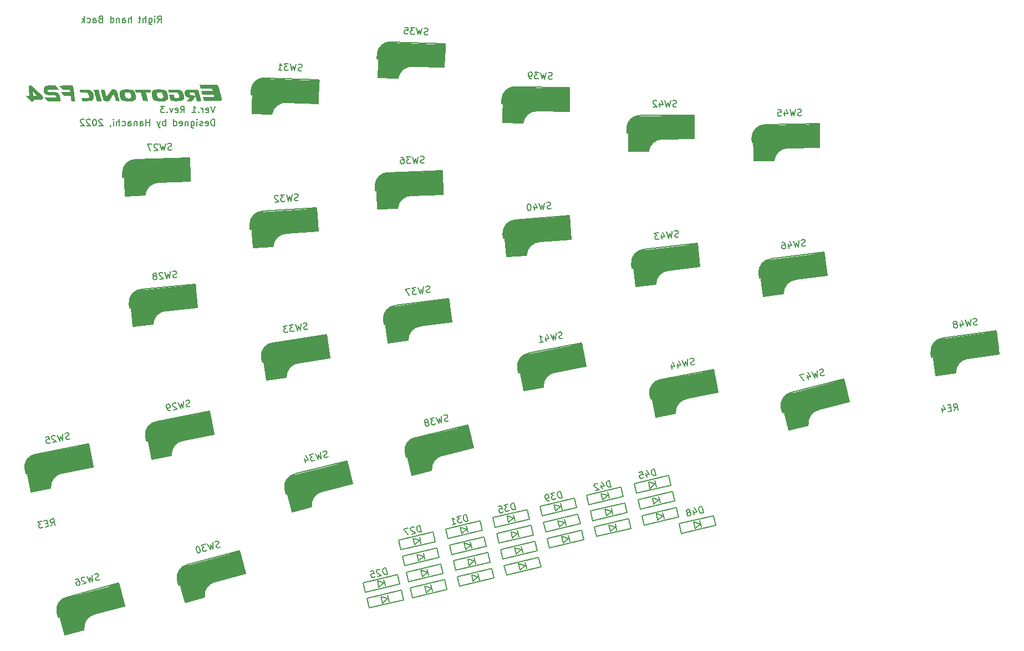
<source format=gbr>
%TF.GenerationSoftware,KiCad,Pcbnew,(6.0.5)*%
%TF.CreationDate,2022-07-31T15:02:15+09:00*%
%TF.ProjectId,ergotonic_f24-pcb-right,6572676f-746f-46e6-9963-5f6632342d70,rev?*%
%TF.SameCoordinates,Original*%
%TF.FileFunction,Legend,Bot*%
%TF.FilePolarity,Positive*%
%FSLAX46Y46*%
G04 Gerber Fmt 4.6, Leading zero omitted, Abs format (unit mm)*
G04 Created by KiCad (PCBNEW (6.0.5)) date 2022-07-31 15:02:15*
%MOMM*%
%LPD*%
G01*
G04 APERTURE LIST*
%ADD10C,0.150000*%
%ADD11C,0.400000*%
%ADD12C,0.800000*%
%ADD13C,0.500000*%
%ADD14C,0.300000*%
%ADD15C,1.000000*%
%ADD16C,3.000000*%
%ADD17C,3.500000*%
G04 APERTURE END LIST*
D10*
X84725341Y-80569771D02*
X84491895Y-79597401D01*
X84260379Y-79652983D01*
X84132585Y-79732636D01*
X84062211Y-79847475D01*
X84038141Y-79951198D01*
X84036303Y-80147528D01*
X84069653Y-80286438D01*
X84160422Y-80460535D01*
X84228958Y-80542025D01*
X84343798Y-80612399D01*
X84493824Y-80625353D01*
X84725341Y-80569771D01*
X83612132Y-79808613D02*
X83010189Y-79953127D01*
X83423244Y-80245739D01*
X83284334Y-80279088D01*
X83202843Y-80347624D01*
X83167657Y-80405044D01*
X83143586Y-80508767D01*
X83199168Y-80740284D01*
X83267705Y-80821774D01*
X83325124Y-80856961D01*
X83428847Y-80881031D01*
X83706667Y-80814333D01*
X83788158Y-80745796D01*
X83823344Y-80688377D01*
X82130425Y-80164340D02*
X82593459Y-80053175D01*
X82750927Y-80505092D01*
X82693507Y-80469905D01*
X82589784Y-80445835D01*
X82358267Y-80501417D01*
X82276777Y-80569953D01*
X82241590Y-80627373D01*
X82217519Y-80731096D01*
X82273102Y-80962613D01*
X82341638Y-81044103D01*
X82399058Y-81079290D01*
X82502781Y-81103360D01*
X82734297Y-81047778D01*
X82815788Y-80979242D01*
X82850975Y-80921822D01*
X38786713Y-21952380D02*
X38786713Y-20952380D01*
X38548618Y-20952380D01*
X38405760Y-21000000D01*
X38310522Y-21095238D01*
X38262903Y-21190476D01*
X38215284Y-21380952D01*
X38215284Y-21523809D01*
X38262903Y-21714285D01*
X38310522Y-21809523D01*
X38405760Y-21904761D01*
X38548618Y-21952380D01*
X38786713Y-21952380D01*
X37405760Y-21904761D02*
X37500998Y-21952380D01*
X37691475Y-21952380D01*
X37786713Y-21904761D01*
X37834332Y-21809523D01*
X37834332Y-21428571D01*
X37786713Y-21333333D01*
X37691475Y-21285714D01*
X37500998Y-21285714D01*
X37405760Y-21333333D01*
X37358141Y-21428571D01*
X37358141Y-21523809D01*
X37834332Y-21619047D01*
X36977189Y-21904761D02*
X36881951Y-21952380D01*
X36691475Y-21952380D01*
X36596237Y-21904761D01*
X36548618Y-21809523D01*
X36548618Y-21761904D01*
X36596237Y-21666666D01*
X36691475Y-21619047D01*
X36834332Y-21619047D01*
X36929570Y-21571428D01*
X36977189Y-21476190D01*
X36977189Y-21428571D01*
X36929570Y-21333333D01*
X36834332Y-21285714D01*
X36691475Y-21285714D01*
X36596237Y-21333333D01*
X36120046Y-21952380D02*
X36120046Y-21285714D01*
X36120046Y-20952380D02*
X36167665Y-21000000D01*
X36120046Y-21047619D01*
X36072427Y-21000000D01*
X36120046Y-20952380D01*
X36120046Y-21047619D01*
X35215284Y-21285714D02*
X35215284Y-22095238D01*
X35262903Y-22190476D01*
X35310522Y-22238095D01*
X35405760Y-22285714D01*
X35548618Y-22285714D01*
X35643856Y-22238095D01*
X35215284Y-21904761D02*
X35310522Y-21952380D01*
X35500998Y-21952380D01*
X35596237Y-21904761D01*
X35643856Y-21857142D01*
X35691475Y-21761904D01*
X35691475Y-21476190D01*
X35643856Y-21380952D01*
X35596237Y-21333333D01*
X35500998Y-21285714D01*
X35310522Y-21285714D01*
X35215284Y-21333333D01*
X34739094Y-21285714D02*
X34739094Y-21952380D01*
X34739094Y-21380952D02*
X34691475Y-21333333D01*
X34596237Y-21285714D01*
X34453379Y-21285714D01*
X34358141Y-21333333D01*
X34310522Y-21428571D01*
X34310522Y-21952380D01*
X33453379Y-21904761D02*
X33548618Y-21952380D01*
X33739094Y-21952380D01*
X33834332Y-21904761D01*
X33881951Y-21809523D01*
X33881951Y-21428571D01*
X33834332Y-21333333D01*
X33739094Y-21285714D01*
X33548618Y-21285714D01*
X33453379Y-21333333D01*
X33405760Y-21428571D01*
X33405760Y-21523809D01*
X33881951Y-21619047D01*
X32548618Y-21952380D02*
X32548618Y-20952380D01*
X32548618Y-21904761D02*
X32643856Y-21952380D01*
X32834332Y-21952380D01*
X32929570Y-21904761D01*
X32977189Y-21857142D01*
X33024808Y-21761904D01*
X33024808Y-21476190D01*
X32977189Y-21380952D01*
X32929570Y-21333333D01*
X32834332Y-21285714D01*
X32643856Y-21285714D01*
X32548618Y-21333333D01*
X31310522Y-21952380D02*
X31310522Y-20952380D01*
X31310522Y-21333333D02*
X31215284Y-21285714D01*
X31024808Y-21285714D01*
X30929570Y-21333333D01*
X30881951Y-21380952D01*
X30834332Y-21476190D01*
X30834332Y-21761904D01*
X30881951Y-21857142D01*
X30929570Y-21904761D01*
X31024808Y-21952380D01*
X31215284Y-21952380D01*
X31310522Y-21904761D01*
X30500998Y-21285714D02*
X30262903Y-21952380D01*
X30024808Y-21285714D02*
X30262903Y-21952380D01*
X30358141Y-22190476D01*
X30405760Y-22238095D01*
X30500998Y-22285714D01*
X28881951Y-21952380D02*
X28881951Y-20952380D01*
X28881951Y-21428571D02*
X28310522Y-21428571D01*
X28310522Y-21952380D02*
X28310522Y-20952380D01*
X27405760Y-21952380D02*
X27405760Y-21428571D01*
X27453379Y-21333333D01*
X27548618Y-21285714D01*
X27739094Y-21285714D01*
X27834332Y-21333333D01*
X27405760Y-21904761D02*
X27500998Y-21952380D01*
X27739094Y-21952380D01*
X27834332Y-21904761D01*
X27881951Y-21809523D01*
X27881951Y-21714285D01*
X27834332Y-21619047D01*
X27739094Y-21571428D01*
X27500998Y-21571428D01*
X27405760Y-21523809D01*
X26929570Y-21285714D02*
X26929570Y-21952380D01*
X26929570Y-21380952D02*
X26881951Y-21333333D01*
X26786713Y-21285714D01*
X26643856Y-21285714D01*
X26548618Y-21333333D01*
X26500998Y-21428571D01*
X26500998Y-21952380D01*
X25596237Y-21952380D02*
X25596237Y-21428571D01*
X25643856Y-21333333D01*
X25739094Y-21285714D01*
X25929570Y-21285714D01*
X26024808Y-21333333D01*
X25596237Y-21904761D02*
X25691475Y-21952380D01*
X25929570Y-21952380D01*
X26024808Y-21904761D01*
X26072427Y-21809523D01*
X26072427Y-21714285D01*
X26024808Y-21619047D01*
X25929570Y-21571428D01*
X25691475Y-21571428D01*
X25596237Y-21523809D01*
X24691475Y-21904761D02*
X24786713Y-21952380D01*
X24977189Y-21952380D01*
X25072427Y-21904761D01*
X25120046Y-21857142D01*
X25167665Y-21761904D01*
X25167665Y-21476190D01*
X25120046Y-21380952D01*
X25072427Y-21333333D01*
X24977189Y-21285714D01*
X24786713Y-21285714D01*
X24691475Y-21333333D01*
X24262903Y-21952380D02*
X24262903Y-20952380D01*
X23834332Y-21952380D02*
X23834332Y-21428571D01*
X23881951Y-21333333D01*
X23977189Y-21285714D01*
X24120046Y-21285714D01*
X24215284Y-21333333D01*
X24262903Y-21380952D01*
X23358141Y-21952380D02*
X23358141Y-21285714D01*
X23358141Y-20952380D02*
X23405760Y-21000000D01*
X23358141Y-21047619D01*
X23310522Y-21000000D01*
X23358141Y-20952380D01*
X23358141Y-21047619D01*
X22834332Y-21904761D02*
X22834332Y-21952380D01*
X22881951Y-22047619D01*
X22929570Y-22095238D01*
X21691475Y-21047619D02*
X21643856Y-21000000D01*
X21548618Y-20952380D01*
X21310522Y-20952380D01*
X21215284Y-21000000D01*
X21167665Y-21047619D01*
X21120046Y-21142857D01*
X21120046Y-21238095D01*
X21167665Y-21380952D01*
X21739094Y-21952380D01*
X21120046Y-21952380D01*
X20500998Y-20952380D02*
X20405760Y-20952380D01*
X20310522Y-21000000D01*
X20262903Y-21047619D01*
X20215284Y-21142857D01*
X20167665Y-21333333D01*
X20167665Y-21571428D01*
X20215284Y-21761904D01*
X20262903Y-21857142D01*
X20310522Y-21904761D01*
X20405760Y-21952380D01*
X20500998Y-21952380D01*
X20596237Y-21904761D01*
X20643856Y-21857142D01*
X20691475Y-21761904D01*
X20739094Y-21571428D01*
X20739094Y-21333333D01*
X20691475Y-21142857D01*
X20643856Y-21047619D01*
X20596237Y-21000000D01*
X20500998Y-20952380D01*
X19786713Y-21047619D02*
X19739094Y-21000000D01*
X19643856Y-20952380D01*
X19405760Y-20952380D01*
X19310522Y-21000000D01*
X19262903Y-21047619D01*
X19215284Y-21142857D01*
X19215284Y-21238095D01*
X19262903Y-21380952D01*
X19834332Y-21952380D01*
X19215284Y-21952380D01*
X18834332Y-21047619D02*
X18786713Y-21000000D01*
X18691475Y-20952380D01*
X18453379Y-20952380D01*
X18358141Y-21000000D01*
X18310522Y-21047619D01*
X18262903Y-21142857D01*
X18262903Y-21238095D01*
X18310522Y-21380952D01*
X18881951Y-21952380D01*
X18262903Y-21952380D01*
X106188341Y-75340412D02*
X105954895Y-74368042D01*
X105723379Y-74423624D01*
X105595585Y-74503277D01*
X105525211Y-74618116D01*
X105501141Y-74721839D01*
X105499303Y-74918169D01*
X105532653Y-75057079D01*
X105623422Y-75231176D01*
X105691958Y-75312666D01*
X105806798Y-75383040D01*
X105956824Y-75395994D01*
X106188341Y-75340412D01*
X104643611Y-75025659D02*
X104799241Y-75673905D01*
X104786196Y-74599650D02*
X105184459Y-75238617D01*
X104582516Y-75383131D01*
X103593425Y-74934981D02*
X104056459Y-74823816D01*
X104213927Y-75275733D01*
X104156507Y-75240546D01*
X104052784Y-75216476D01*
X103821267Y-75272058D01*
X103739777Y-75340594D01*
X103704590Y-75398014D01*
X103680519Y-75501737D01*
X103736102Y-75733254D01*
X103804638Y-75814744D01*
X103862058Y-75849931D01*
X103965781Y-75874001D01*
X104197297Y-75818419D01*
X104278788Y-75749883D01*
X104313975Y-75692463D01*
X65167341Y-90453412D02*
X64933895Y-89481042D01*
X64702379Y-89536624D01*
X64574585Y-89616277D01*
X64504211Y-89731116D01*
X64480141Y-89834839D01*
X64478303Y-90031169D01*
X64511653Y-90170079D01*
X64602422Y-90344176D01*
X64670958Y-90425666D01*
X64785798Y-90496040D01*
X64935824Y-90508994D01*
X65167341Y-90453412D01*
X64030062Y-89795977D02*
X63972642Y-89760791D01*
X63868919Y-89736720D01*
X63637402Y-89792302D01*
X63555912Y-89860839D01*
X63520725Y-89918258D01*
X63496655Y-90021981D01*
X63518887Y-90114588D01*
X63598540Y-90242382D01*
X64287577Y-90664624D01*
X63685634Y-90809138D01*
X62572425Y-90047981D02*
X63035459Y-89936816D01*
X63192927Y-90388733D01*
X63135507Y-90353546D01*
X63031784Y-90329476D01*
X62800267Y-90385058D01*
X62718777Y-90453594D01*
X62683590Y-90511014D01*
X62659519Y-90614737D01*
X62715102Y-90846254D01*
X62783638Y-90927744D01*
X62841058Y-90962931D01*
X62944781Y-90987001D01*
X63176297Y-90931419D01*
X63257788Y-90862883D01*
X63292975Y-90805463D01*
X91837341Y-78769412D02*
X91603895Y-77797042D01*
X91372379Y-77852624D01*
X91244585Y-77932277D01*
X91174211Y-78047116D01*
X91150141Y-78150839D01*
X91148303Y-78347169D01*
X91181653Y-78486079D01*
X91272422Y-78660176D01*
X91340958Y-78741666D01*
X91455798Y-78812040D01*
X91605824Y-78824994D01*
X91837341Y-78769412D01*
X90724132Y-78008254D02*
X90122189Y-78152768D01*
X90535244Y-78445380D01*
X90396334Y-78478729D01*
X90314843Y-78547265D01*
X90279657Y-78604685D01*
X90255586Y-78708408D01*
X90311168Y-78939925D01*
X90379705Y-79021415D01*
X90437124Y-79056602D01*
X90540847Y-79080672D01*
X90818667Y-79013974D01*
X90900158Y-78945437D01*
X90935344Y-78888018D01*
X89892601Y-79236302D02*
X89707387Y-79280768D01*
X89603664Y-79256698D01*
X89546245Y-79221511D01*
X89420289Y-79104834D01*
X89329519Y-78930737D01*
X89240588Y-78560310D01*
X89264658Y-78456587D01*
X89299845Y-78399167D01*
X89381335Y-78330631D01*
X89566549Y-78286165D01*
X89670272Y-78310236D01*
X89727692Y-78345423D01*
X89796228Y-78426913D01*
X89851810Y-78658430D01*
X89827740Y-78762153D01*
X89792553Y-78819573D01*
X89711063Y-78888109D01*
X89525849Y-78932575D01*
X89422126Y-78908504D01*
X89364706Y-78873317D01*
X89296170Y-78791827D01*
X70374341Y-83976412D02*
X70140895Y-83004042D01*
X69909379Y-83059624D01*
X69781585Y-83139277D01*
X69711211Y-83254116D01*
X69687141Y-83357839D01*
X69685303Y-83554169D01*
X69718653Y-83693079D01*
X69809422Y-83867176D01*
X69877958Y-83948666D01*
X69992798Y-84019040D01*
X70142824Y-84031994D01*
X70374341Y-83976412D01*
X69237062Y-83318977D02*
X69179642Y-83283791D01*
X69075919Y-83259720D01*
X68844402Y-83315302D01*
X68762912Y-83383839D01*
X68727725Y-83441258D01*
X68703655Y-83544981D01*
X68725887Y-83637588D01*
X68805540Y-83765382D01*
X69494577Y-84187624D01*
X68892634Y-84332138D01*
X68335065Y-83437583D02*
X67686819Y-83593213D01*
X68336994Y-84465535D01*
X77486341Y-82325412D02*
X77252895Y-81353042D01*
X77021379Y-81408624D01*
X76893585Y-81488277D01*
X76823211Y-81603116D01*
X76799141Y-81706839D01*
X76797303Y-81903169D01*
X76830653Y-82042079D01*
X76921422Y-82216176D01*
X76989958Y-82297666D01*
X77104798Y-82368040D01*
X77254824Y-82380994D01*
X77486341Y-82325412D01*
X76373132Y-81564254D02*
X75771189Y-81708768D01*
X76184244Y-82001380D01*
X76045334Y-82034729D01*
X75963843Y-82103265D01*
X75928657Y-82160685D01*
X75904586Y-82264408D01*
X75960168Y-82495925D01*
X76028705Y-82577415D01*
X76086124Y-82612602D01*
X76189847Y-82636672D01*
X76467667Y-82569974D01*
X76549158Y-82501437D01*
X76584344Y-82444018D01*
X75078568Y-82903467D02*
X75634207Y-82770070D01*
X75356387Y-82836768D02*
X75122942Y-81864398D01*
X75248898Y-81981075D01*
X75363738Y-82051449D01*
X75467461Y-82075520D01*
X38839094Y-18952380D02*
X38505760Y-19952380D01*
X38172427Y-18952380D01*
X37458141Y-19904761D02*
X37553379Y-19952380D01*
X37743856Y-19952380D01*
X37839094Y-19904761D01*
X37886713Y-19809523D01*
X37886713Y-19428571D01*
X37839094Y-19333333D01*
X37743856Y-19285714D01*
X37553379Y-19285714D01*
X37458141Y-19333333D01*
X37410522Y-19428571D01*
X37410522Y-19523809D01*
X37886713Y-19619047D01*
X36981951Y-19952380D02*
X36981951Y-19285714D01*
X36981951Y-19476190D02*
X36934332Y-19380952D01*
X36886713Y-19333333D01*
X36791475Y-19285714D01*
X36696237Y-19285714D01*
X36362903Y-19857142D02*
X36315284Y-19904761D01*
X36362903Y-19952380D01*
X36410522Y-19904761D01*
X36362903Y-19857142D01*
X36362903Y-19952380D01*
X35362903Y-19952380D02*
X35934332Y-19952380D01*
X35648618Y-19952380D02*
X35648618Y-18952380D01*
X35743856Y-19095238D01*
X35839094Y-19190476D01*
X35934332Y-19238095D01*
X33600998Y-19952380D02*
X33934332Y-19476190D01*
X34172427Y-19952380D02*
X34172427Y-18952380D01*
X33791475Y-18952380D01*
X33696237Y-19000000D01*
X33648618Y-19047619D01*
X33600998Y-19142857D01*
X33600998Y-19285714D01*
X33648618Y-19380952D01*
X33696237Y-19428571D01*
X33791475Y-19476190D01*
X34172427Y-19476190D01*
X32791475Y-19904761D02*
X32886713Y-19952380D01*
X33077189Y-19952380D01*
X33172427Y-19904761D01*
X33220046Y-19809523D01*
X33220046Y-19428571D01*
X33172427Y-19333333D01*
X33077189Y-19285714D01*
X32886713Y-19285714D01*
X32791475Y-19333333D01*
X32743856Y-19428571D01*
X32743856Y-19523809D01*
X33220046Y-19619047D01*
X32410522Y-19285714D02*
X32172427Y-19952380D01*
X31934332Y-19285714D01*
X31553379Y-19857142D02*
X31505760Y-19904761D01*
X31553379Y-19952380D01*
X31600998Y-19904761D01*
X31553379Y-19857142D01*
X31553379Y-19952380D01*
X31172427Y-18952380D02*
X30553379Y-18952380D01*
X30886713Y-19333333D01*
X30743856Y-19333333D01*
X30648618Y-19380952D01*
X30600998Y-19428571D01*
X30553379Y-19523809D01*
X30553379Y-19761904D01*
X30600998Y-19857142D01*
X30648618Y-19904761D01*
X30743856Y-19952380D01*
X31029570Y-19952380D01*
X31124808Y-19904761D01*
X31172427Y-19857142D01*
X99330341Y-77118412D02*
X99096895Y-76146042D01*
X98865379Y-76201624D01*
X98737585Y-76281277D01*
X98667211Y-76396116D01*
X98643141Y-76499839D01*
X98641303Y-76696169D01*
X98674653Y-76835079D01*
X98765422Y-77009176D01*
X98833958Y-77090666D01*
X98948798Y-77161040D01*
X99098824Y-77173994D01*
X99330341Y-77118412D01*
X97785611Y-76803659D02*
X97941241Y-77451905D01*
X97928196Y-76377650D02*
X98326459Y-77016617D01*
X97724516Y-77161131D01*
X97266995Y-76683306D02*
X97209575Y-76648119D01*
X97105852Y-76624049D01*
X96874335Y-76679631D01*
X96792845Y-76748167D01*
X96757658Y-76805587D01*
X96733588Y-76909310D01*
X96755821Y-77001917D01*
X96835473Y-77129711D01*
X97524511Y-77551953D01*
X96922568Y-77696467D01*
X30114190Y-6167380D02*
X30447523Y-5691190D01*
X30685619Y-6167380D02*
X30685619Y-5167380D01*
X30304666Y-5167380D01*
X30209428Y-5215000D01*
X30161809Y-5262619D01*
X30114190Y-5357857D01*
X30114190Y-5500714D01*
X30161809Y-5595952D01*
X30209428Y-5643571D01*
X30304666Y-5691190D01*
X30685619Y-5691190D01*
X29685619Y-6167380D02*
X29685619Y-5500714D01*
X29685619Y-5167380D02*
X29733238Y-5215000D01*
X29685619Y-5262619D01*
X29638000Y-5215000D01*
X29685619Y-5167380D01*
X29685619Y-5262619D01*
X28780857Y-5500714D02*
X28780857Y-6310238D01*
X28828476Y-6405476D01*
X28876095Y-6453095D01*
X28971333Y-6500714D01*
X29114190Y-6500714D01*
X29209428Y-6453095D01*
X28780857Y-6119761D02*
X28876095Y-6167380D01*
X29066571Y-6167380D01*
X29161809Y-6119761D01*
X29209428Y-6072142D01*
X29257047Y-5976904D01*
X29257047Y-5691190D01*
X29209428Y-5595952D01*
X29161809Y-5548333D01*
X29066571Y-5500714D01*
X28876095Y-5500714D01*
X28780857Y-5548333D01*
X28304666Y-6167380D02*
X28304666Y-5167380D01*
X27876095Y-6167380D02*
X27876095Y-5643571D01*
X27923714Y-5548333D01*
X28018952Y-5500714D01*
X28161809Y-5500714D01*
X28257047Y-5548333D01*
X28304666Y-5595952D01*
X27542761Y-5500714D02*
X27161809Y-5500714D01*
X27399904Y-5167380D02*
X27399904Y-6024523D01*
X27352285Y-6119761D01*
X27257047Y-6167380D01*
X27161809Y-6167380D01*
X26066571Y-6167380D02*
X26066571Y-5167380D01*
X25638000Y-6167380D02*
X25638000Y-5643571D01*
X25685619Y-5548333D01*
X25780857Y-5500714D01*
X25923714Y-5500714D01*
X26018952Y-5548333D01*
X26066571Y-5595952D01*
X24733238Y-6167380D02*
X24733238Y-5643571D01*
X24780857Y-5548333D01*
X24876095Y-5500714D01*
X25066571Y-5500714D01*
X25161809Y-5548333D01*
X24733238Y-6119761D02*
X24828476Y-6167380D01*
X25066571Y-6167380D01*
X25161809Y-6119761D01*
X25209428Y-6024523D01*
X25209428Y-5929285D01*
X25161809Y-5834047D01*
X25066571Y-5786428D01*
X24828476Y-5786428D01*
X24733238Y-5738809D01*
X24257047Y-5500714D02*
X24257047Y-6167380D01*
X24257047Y-5595952D02*
X24209428Y-5548333D01*
X24114190Y-5500714D01*
X23971333Y-5500714D01*
X23876095Y-5548333D01*
X23828476Y-5643571D01*
X23828476Y-6167380D01*
X22923714Y-6167380D02*
X22923714Y-5167380D01*
X22923714Y-6119761D02*
X23018952Y-6167380D01*
X23209428Y-6167380D01*
X23304666Y-6119761D01*
X23352285Y-6072142D01*
X23399904Y-5976904D01*
X23399904Y-5691190D01*
X23352285Y-5595952D01*
X23304666Y-5548333D01*
X23209428Y-5500714D01*
X23018952Y-5500714D01*
X22923714Y-5548333D01*
X21352285Y-5643571D02*
X21209428Y-5691190D01*
X21161809Y-5738809D01*
X21114190Y-5834047D01*
X21114190Y-5976904D01*
X21161809Y-6072142D01*
X21209428Y-6119761D01*
X21304666Y-6167380D01*
X21685619Y-6167380D01*
X21685619Y-5167380D01*
X21352285Y-5167380D01*
X21257047Y-5215000D01*
X21209428Y-5262619D01*
X21161809Y-5357857D01*
X21161809Y-5453095D01*
X21209428Y-5548333D01*
X21257047Y-5595952D01*
X21352285Y-5643571D01*
X21685619Y-5643571D01*
X20257047Y-6167380D02*
X20257047Y-5643571D01*
X20304666Y-5548333D01*
X20399904Y-5500714D01*
X20590380Y-5500714D01*
X20685619Y-5548333D01*
X20257047Y-6119761D02*
X20352285Y-6167380D01*
X20590380Y-6167380D01*
X20685619Y-6119761D01*
X20733238Y-6024523D01*
X20733238Y-5929285D01*
X20685619Y-5834047D01*
X20590380Y-5786428D01*
X20352285Y-5786428D01*
X20257047Y-5738809D01*
X19352285Y-6119761D02*
X19447523Y-6167380D01*
X19638000Y-6167380D01*
X19733238Y-6119761D01*
X19780857Y-6072142D01*
X19828476Y-5976904D01*
X19828476Y-5691190D01*
X19780857Y-5595952D01*
X19733238Y-5548333D01*
X19638000Y-5500714D01*
X19447523Y-5500714D01*
X19352285Y-5548333D01*
X18923714Y-6167380D02*
X18923714Y-5167380D01*
X18828476Y-5786428D02*
X18542761Y-6167380D01*
X18542761Y-5500714D02*
X18923714Y-5881666D01*
X113427341Y-81055412D02*
X113193895Y-80083042D01*
X112962379Y-80138624D01*
X112834585Y-80218277D01*
X112764211Y-80333116D01*
X112740141Y-80436839D01*
X112738303Y-80633169D01*
X112771653Y-80772079D01*
X112862422Y-80946176D01*
X112930958Y-81027666D01*
X113045798Y-81098040D01*
X113195824Y-81110994D01*
X113427341Y-81055412D01*
X111882611Y-80740659D02*
X112038241Y-81388905D01*
X112025196Y-80314650D02*
X112423459Y-80953617D01*
X111821516Y-81098131D01*
X111256597Y-80988895D02*
X111338087Y-80920359D01*
X111373274Y-80862939D01*
X111397344Y-80759216D01*
X111386228Y-80712913D01*
X111317692Y-80631423D01*
X111260272Y-80596236D01*
X111156549Y-80572165D01*
X110971335Y-80616631D01*
X110889845Y-80685167D01*
X110854658Y-80742587D01*
X110830588Y-80846310D01*
X110841704Y-80892614D01*
X110910241Y-80974104D01*
X110967660Y-81009291D01*
X111071383Y-81033361D01*
X111256597Y-80988895D01*
X111360320Y-81012966D01*
X111417740Y-81048153D01*
X111486276Y-81129643D01*
X111530742Y-81314856D01*
X111506671Y-81418579D01*
X111471484Y-81475999D01*
X111389994Y-81544535D01*
X111204781Y-81589001D01*
X111101058Y-81564931D01*
X111043638Y-81529744D01*
X110975102Y-81448254D01*
X110930636Y-81263040D01*
X110954706Y-81159317D01*
X110989893Y-81101897D01*
X111071383Y-81033361D01*
%TO.C,SW26*%
X21233667Y-91268392D02*
X21108162Y-91351603D01*
X20878299Y-91413668D01*
X20773940Y-91392522D01*
X20715554Y-91358962D01*
X20644756Y-91279429D01*
X20619930Y-91187484D01*
X20641076Y-91083126D01*
X20674636Y-91024740D01*
X20754169Y-90953941D01*
X20925647Y-90858316D01*
X21005179Y-90787518D01*
X21038739Y-90729132D01*
X21059885Y-90624774D01*
X21035059Y-90532828D01*
X20964261Y-90453296D01*
X20905875Y-90419736D01*
X20801517Y-90398589D01*
X20571653Y-90460654D01*
X20446148Y-90543866D01*
X20111926Y-90584784D02*
X20142735Y-91612276D01*
X19772649Y-90972338D01*
X19774953Y-91711580D01*
X19284417Y-90808218D01*
X18987434Y-90987055D02*
X18929048Y-90953495D01*
X18824690Y-90932348D01*
X18594826Y-90994413D01*
X18515293Y-91065212D01*
X18481734Y-91123598D01*
X18460587Y-91227956D01*
X18485413Y-91319902D01*
X18568625Y-91445407D01*
X19269253Y-91848123D01*
X18671608Y-92009492D01*
X17583426Y-91267499D02*
X17767317Y-91217847D01*
X17871675Y-91238994D01*
X17930061Y-91272554D01*
X18059246Y-91385646D01*
X18154870Y-91557124D01*
X18254174Y-91924905D01*
X18233028Y-92029264D01*
X18199468Y-92087650D01*
X18119935Y-92158448D01*
X17936044Y-92208100D01*
X17831686Y-92186954D01*
X17773300Y-92153394D01*
X17702502Y-92073861D01*
X17640437Y-91843998D01*
X17661583Y-91739639D01*
X17695143Y-91681254D01*
X17774675Y-91610455D01*
X17958566Y-91560803D01*
X18062925Y-91581950D01*
X18121311Y-91615509D01*
X18192109Y-91695042D01*
%TO.C,U2*%
%TO.C,SW33*%
X52998149Y-52991089D02*
X52863912Y-53059324D01*
X52628438Y-53094558D01*
X52527201Y-53061557D01*
X52473060Y-53021509D01*
X52411872Y-52934366D01*
X52397778Y-52840176D01*
X52430779Y-52738940D01*
X52470827Y-52684799D01*
X52557970Y-52623610D01*
X52739302Y-52548328D01*
X52826445Y-52487140D01*
X52866493Y-52432999D01*
X52899494Y-52331762D01*
X52885401Y-52237573D01*
X52824213Y-52150430D01*
X52770071Y-52110382D01*
X52668835Y-52077381D01*
X52433361Y-52112615D01*
X52299123Y-52180850D01*
X51962413Y-52183082D02*
X51874921Y-53207306D01*
X51580841Y-52529072D01*
X51498163Y-53263680D01*
X51114707Y-52309924D01*
X50832139Y-52352205D02*
X50219907Y-52443812D01*
X50605944Y-52771243D01*
X50464660Y-52792384D01*
X50377517Y-52853572D01*
X50337469Y-52907713D01*
X50304468Y-53008950D01*
X50339702Y-53244423D01*
X50400890Y-53331566D01*
X50455032Y-53371614D01*
X50556268Y-53404615D01*
X50838837Y-53362335D01*
X50925979Y-53301147D01*
X50966027Y-53247005D01*
X49890244Y-52493140D02*
X49278012Y-52584748D01*
X49664049Y-52912178D01*
X49522765Y-52933319D01*
X49435622Y-52994507D01*
X49395574Y-53048649D01*
X49362573Y-53149885D01*
X49397807Y-53385359D01*
X49458995Y-53472501D01*
X49513136Y-53512549D01*
X49614373Y-53545551D01*
X49896941Y-53503270D01*
X49984084Y-53442082D01*
X50024132Y-53387940D01*
%TO.C,SW36*%
X70815468Y-27592285D02*
X70674378Y-27644910D01*
X70436431Y-27653303D01*
X70339573Y-27609070D01*
X70290306Y-27563159D01*
X70239359Y-27469659D01*
X70236002Y-27374480D01*
X70280235Y-27277622D01*
X70326146Y-27228354D01*
X70419646Y-27177408D01*
X70608325Y-27123105D01*
X70701826Y-27072158D01*
X70747737Y-27022890D01*
X70791969Y-26926033D01*
X70788612Y-26830854D01*
X70737666Y-26737353D01*
X70688398Y-26691442D01*
X70591540Y-26647210D01*
X70353593Y-26655602D01*
X70212503Y-26708227D01*
X69877699Y-26672387D02*
X69675000Y-27680158D01*
X69459464Y-26973031D01*
X69294284Y-27693586D01*
X69021088Y-26702600D01*
X68735552Y-26712671D02*
X68116889Y-26734492D01*
X68463443Y-27103458D01*
X68320674Y-27108493D01*
X68227174Y-27159440D01*
X68181263Y-27208708D01*
X68137031Y-27305565D01*
X68145423Y-27543512D01*
X68196369Y-27637013D01*
X68245637Y-27682924D01*
X68342495Y-27727156D01*
X68628032Y-27717085D01*
X68721532Y-27666139D01*
X68767443Y-27616871D01*
X67260278Y-26764704D02*
X67450636Y-26757991D01*
X67547494Y-26802223D01*
X67596762Y-26848134D01*
X67696976Y-26987545D01*
X67751279Y-27176225D01*
X67764707Y-27556940D01*
X67720475Y-27653798D01*
X67674564Y-27703066D01*
X67581063Y-27754012D01*
X67390706Y-27760726D01*
X67293848Y-27716494D01*
X67244580Y-27670583D01*
X67193634Y-27577082D01*
X67185241Y-27339135D01*
X67229474Y-27242278D01*
X67275385Y-27193010D01*
X67368885Y-27142063D01*
X67559243Y-27135349D01*
X67656100Y-27179582D01*
X67705368Y-27225493D01*
X67756315Y-27318993D01*
%TO.C,SW47*%
X131919455Y-60035786D02*
X131792914Y-60117414D01*
X131562289Y-60176586D01*
X131458204Y-60154130D01*
X131400245Y-60119839D01*
X131330451Y-60039423D01*
X131306783Y-59947173D01*
X131329239Y-59843088D01*
X131363530Y-59785129D01*
X131443946Y-59715335D01*
X131616612Y-59621873D01*
X131697027Y-59552079D01*
X131731318Y-59494120D01*
X131753775Y-59390035D01*
X131730106Y-59297785D01*
X131660312Y-59217369D01*
X131602353Y-59183079D01*
X131498268Y-59160622D01*
X131267643Y-59219794D01*
X131141102Y-59301422D01*
X130806392Y-59338137D02*
X130824288Y-60365935D01*
X130462272Y-59721396D01*
X130455287Y-60460610D01*
X129976141Y-59551155D01*
X129274855Y-60075214D02*
X129440535Y-60720965D01*
X129410806Y-59647042D02*
X129818946Y-60279746D01*
X129219320Y-60433592D01*
X128776889Y-59858847D02*
X128131138Y-60024528D01*
X128794784Y-60886645D01*
%TO.C,SW38*%
X74537588Y-67013765D02*
X74409752Y-67093350D01*
X74178207Y-67148811D01*
X74074496Y-67124687D01*
X74017095Y-67089470D01*
X73948601Y-67007944D01*
X73926417Y-66915325D01*
X73950542Y-66811615D01*
X73985759Y-66754213D01*
X74067285Y-66685720D01*
X74241429Y-66595042D01*
X74322955Y-66526548D01*
X74358172Y-66469147D01*
X74382297Y-66365437D01*
X74360112Y-66272818D01*
X74291619Y-66191292D01*
X74234218Y-66156075D01*
X74130507Y-66131951D01*
X73898961Y-66187412D01*
X73771126Y-66266997D01*
X73435870Y-66298334D02*
X73437260Y-67326287D01*
X73085641Y-66676018D01*
X73066787Y-67415024D01*
X72602305Y-66497993D01*
X72324450Y-66564546D02*
X71722432Y-66708745D01*
X72135333Y-67001573D01*
X71996406Y-67034849D01*
X71914880Y-67103343D01*
X71879663Y-67160744D01*
X71855538Y-67264455D01*
X71910999Y-67496000D01*
X71979493Y-67577526D01*
X72036894Y-67612743D01*
X72140604Y-67636868D01*
X72418459Y-67570315D01*
X72499985Y-67501821D01*
X72535202Y-67444420D01*
X71266552Y-67258634D02*
X71348078Y-67190140D01*
X71383295Y-67132739D01*
X71407419Y-67029028D01*
X71396327Y-66982719D01*
X71327834Y-66901193D01*
X71270432Y-66865976D01*
X71166722Y-66841851D01*
X70981485Y-66886220D01*
X70899959Y-66954714D01*
X70864742Y-67012115D01*
X70840618Y-67115826D01*
X70851710Y-67162135D01*
X70920203Y-67243661D01*
X70977605Y-67278878D01*
X71081315Y-67303002D01*
X71266552Y-67258634D01*
X71370262Y-67282758D01*
X71427664Y-67317975D01*
X71496157Y-67399501D01*
X71540526Y-67584738D01*
X71516401Y-67688448D01*
X71481184Y-67745850D01*
X71399658Y-67814343D01*
X71214422Y-67858712D01*
X71110711Y-67834587D01*
X71053310Y-67799370D01*
X70984816Y-67717844D01*
X70940447Y-67532608D01*
X70964572Y-67428897D01*
X70999789Y-67371496D01*
X71081315Y-67303002D01*
%TO.C,SW37*%
X71706776Y-47377083D02*
X71571495Y-47443225D01*
X71335502Y-47474797D01*
X71234791Y-47440227D01*
X71181278Y-47399343D01*
X71121451Y-47311260D01*
X71108822Y-47216863D01*
X71143392Y-47116152D01*
X71184276Y-47062639D01*
X71272358Y-47002811D01*
X71454838Y-46930355D01*
X71542921Y-46870528D01*
X71583805Y-46817015D01*
X71618375Y-46716303D01*
X71605746Y-46621906D01*
X71545919Y-46533824D01*
X71492406Y-46492939D01*
X71391694Y-46458370D01*
X71155702Y-46489942D01*
X71020420Y-46556083D01*
X70683716Y-46553086D02*
X70580326Y-47575827D01*
X70296816Y-46893107D01*
X70202738Y-47626342D01*
X69834142Y-46666745D01*
X69550951Y-46704631D02*
X68937370Y-46786718D01*
X69318275Y-47120106D01*
X69176680Y-47139049D01*
X69088597Y-47198877D01*
X69047713Y-47252389D01*
X69013143Y-47353101D01*
X69044715Y-47589094D01*
X69104542Y-47677176D01*
X69158055Y-47718060D01*
X69258767Y-47752630D01*
X69541958Y-47714744D01*
X69630041Y-47654916D01*
X69670925Y-47601404D01*
X68606980Y-46830919D02*
X67946201Y-46919321D01*
X68503590Y-47853661D01*
%TO.C,SW44*%
X112113331Y-58386762D02*
X111981991Y-58460421D01*
X111748152Y-58505239D01*
X111645653Y-58476399D01*
X111589922Y-58438595D01*
X111525226Y-58354023D01*
X111507299Y-58260488D01*
X111536139Y-58157988D01*
X111573943Y-58102257D01*
X111658515Y-58037562D01*
X111836622Y-57954939D01*
X111921194Y-57890244D01*
X111958998Y-57834512D01*
X111987839Y-57732013D01*
X111969911Y-57638477D01*
X111905216Y-57553905D01*
X111849484Y-57516101D01*
X111746985Y-57487261D01*
X111513146Y-57532080D01*
X111381807Y-57605739D01*
X111045468Y-57621717D02*
X110999868Y-58648659D01*
X110678341Y-57982997D01*
X110625726Y-58720369D01*
X110203648Y-57783064D01*
X109471342Y-58262822D02*
X109596835Y-58917571D01*
X109633471Y-57843861D02*
X110001766Y-58500559D01*
X109393785Y-58617088D01*
X108535987Y-58442097D02*
X108661479Y-59096846D01*
X108698116Y-58023136D02*
X109066411Y-58679834D01*
X108458429Y-58796363D01*
%TO.C,RE3*%
X13834898Y-83110348D02*
X14070040Y-82578768D01*
X14395579Y-83000041D02*
X14202543Y-82018850D01*
X13828756Y-82092387D01*
X13744501Y-82157495D01*
X13706970Y-82213411D01*
X13678631Y-82316050D01*
X13706207Y-82456220D01*
X13771315Y-82540474D01*
X13827230Y-82578006D01*
X13929869Y-82606345D01*
X14303657Y-82532807D01*
X13313273Y-82679120D02*
X12986209Y-82743465D01*
X12947153Y-83284999D02*
X13414387Y-83193077D01*
X13221351Y-82211886D01*
X12754117Y-82303807D01*
X12427053Y-82368153D02*
X11819649Y-82487651D01*
X12220250Y-82797093D01*
X12080080Y-82824669D01*
X11995825Y-82889777D01*
X11958294Y-82945693D01*
X11929955Y-83048332D01*
X11975916Y-83281949D01*
X12041023Y-83366204D01*
X12096939Y-83403735D01*
X12199578Y-83432074D01*
X12479919Y-83376921D01*
X12564173Y-83311813D01*
X12601704Y-83255897D01*
%TO.C,SW30*%
X39622253Y-86301464D02*
X39496763Y-86384698D01*
X39266910Y-86446803D01*
X39162548Y-86425675D01*
X39104156Y-86392125D01*
X39033344Y-86312605D01*
X39008501Y-86220664D01*
X39029630Y-86116302D01*
X39063180Y-86057910D01*
X39142700Y-85987097D01*
X39314161Y-85891443D01*
X39393681Y-85820630D01*
X39427230Y-85762239D01*
X39448359Y-85657877D01*
X39423517Y-85565935D01*
X39352704Y-85486415D01*
X39294313Y-85452866D01*
X39189951Y-85431737D01*
X38960098Y-85493842D01*
X38834607Y-85577076D01*
X38500392Y-85618053D02*
X38531381Y-86645539D01*
X38161183Y-86005665D01*
X38163617Y-86744908D01*
X37672922Y-85841631D01*
X37397099Y-85916157D02*
X36799482Y-86077631D01*
X37220644Y-86358448D01*
X37082732Y-86395711D01*
X37003212Y-86466524D01*
X36969663Y-86524915D01*
X36948534Y-86629277D01*
X37010639Y-86859130D01*
X37081452Y-86938650D01*
X37139843Y-86972200D01*
X37244205Y-86993328D01*
X37520029Y-86918802D01*
X37599549Y-86847989D01*
X37633098Y-86789598D01*
X36201865Y-86239104D02*
X36109923Y-86263946D01*
X36030403Y-86334759D01*
X35996854Y-86393150D01*
X35975725Y-86497512D01*
X35979439Y-86693815D01*
X36041544Y-86923668D01*
X36137199Y-87095129D01*
X36208011Y-87174650D01*
X36266403Y-87208199D01*
X36370765Y-87229328D01*
X36462706Y-87204486D01*
X36542226Y-87133673D01*
X36575776Y-87075281D01*
X36596904Y-86970919D01*
X36593191Y-86774616D01*
X36531086Y-86544763D01*
X36435431Y-86373302D01*
X36364618Y-86293782D01*
X36306227Y-86260232D01*
X36201865Y-86239104D01*
%TO.C,SW45*%
X128416663Y-20362692D02*
X128274764Y-20413095D01*
X128036714Y-20417749D01*
X127940564Y-20372000D01*
X127892023Y-20325321D01*
X127842552Y-20231032D01*
X127840690Y-20135812D01*
X127886438Y-20039661D01*
X127933117Y-19991121D01*
X128027407Y-19941649D01*
X128216916Y-19890316D01*
X128311205Y-19840844D01*
X128357884Y-19792304D01*
X128403632Y-19696153D01*
X128401771Y-19600933D01*
X128352299Y-19506644D01*
X128303758Y-19459965D01*
X128207608Y-19414216D01*
X127969558Y-19418870D01*
X127827659Y-19469273D01*
X127493459Y-19428178D02*
X127274955Y-20432641D01*
X127070554Y-19722215D01*
X126894076Y-20440087D01*
X126636479Y-19444932D01*
X125833626Y-19794025D02*
X125846657Y-20460565D01*
X126064229Y-19408492D02*
X126316241Y-20117987D01*
X125697311Y-20130087D01*
X124827301Y-19480302D02*
X125303401Y-19470994D01*
X125360319Y-19946163D01*
X125311778Y-19899484D01*
X125215627Y-19853735D01*
X124977577Y-19858389D01*
X124883288Y-19907861D01*
X124836609Y-19956402D01*
X124790861Y-20052552D01*
X124795515Y-20290602D01*
X124844986Y-20384891D01*
X124893527Y-20431570D01*
X124989678Y-20477319D01*
X125227727Y-20472665D01*
X125322017Y-20423193D01*
X125368696Y-20374652D01*
%TO.C,SW40*%
X90168536Y-34587493D02*
X90029937Y-34646367D01*
X89792602Y-34665379D01*
X89693866Y-34625517D01*
X89642596Y-34581852D01*
X89587525Y-34490721D01*
X89579920Y-34395787D01*
X89619782Y-34297050D01*
X89663446Y-34245781D01*
X89754578Y-34190709D01*
X89940644Y-34128032D01*
X90031775Y-34072961D01*
X90075440Y-34021691D01*
X90115302Y-33922955D01*
X90107697Y-33828021D01*
X90052625Y-33736889D01*
X90001356Y-33693225D01*
X89902619Y-33653363D01*
X89665284Y-33672375D01*
X89526686Y-33731249D01*
X89190614Y-33710399D02*
X89033130Y-34726218D01*
X88786226Y-34029423D01*
X88653395Y-34756637D01*
X88336209Y-33778843D01*
X87555887Y-34175753D02*
X87609121Y-34840291D01*
X87762802Y-33777005D02*
X88057174Y-34469998D01*
X87440103Y-34519429D01*
X86817265Y-33900520D02*
X86722331Y-33908125D01*
X86631199Y-33963197D01*
X86587535Y-34014466D01*
X86547673Y-34113203D01*
X86515415Y-34306873D01*
X86534427Y-34544208D01*
X86597104Y-34730274D01*
X86652176Y-34821405D01*
X86703445Y-34865070D01*
X86802182Y-34904932D01*
X86897116Y-34897327D01*
X86988247Y-34842255D01*
X87031912Y-34790986D01*
X87071774Y-34692249D01*
X87104031Y-34498579D01*
X87085019Y-34261244D01*
X87022343Y-34075179D01*
X86967271Y-33984047D01*
X86916001Y-33940382D01*
X86817265Y-33900520D01*
%TO.C,SW42*%
X109347782Y-19024018D02*
X109205168Y-19072360D01*
X108967075Y-19073565D01*
X108871597Y-19026429D01*
X108823738Y-18979051D01*
X108775637Y-18884055D01*
X108775155Y-18788818D01*
X108822292Y-18693341D01*
X108869669Y-18645481D01*
X108964665Y-18597381D01*
X109154898Y-18548798D01*
X109249894Y-18500698D01*
X109297271Y-18452838D01*
X109344408Y-18357360D01*
X109343925Y-18262123D01*
X109295825Y-18167128D01*
X109247966Y-18119750D01*
X109152488Y-18072614D01*
X108914395Y-18073819D01*
X108771781Y-18122160D01*
X108438211Y-18076229D02*
X108205180Y-19077421D01*
X108011091Y-18364109D01*
X107824233Y-19079350D01*
X107581079Y-18080567D01*
X106773253Y-18417994D02*
X106776627Y-19084652D01*
X107009417Y-18035841D02*
X107251124Y-18748913D01*
X106632085Y-18752046D01*
X106295863Y-18182312D02*
X106248004Y-18134934D01*
X106152526Y-18087798D01*
X105914434Y-18089003D01*
X105819438Y-18137104D01*
X105772061Y-18184963D01*
X105724924Y-18280441D01*
X105725406Y-18375678D01*
X105773748Y-18518292D01*
X106348061Y-19086821D01*
X105729022Y-19089954D01*
%TO.C,SW34*%
X56112611Y-72535827D02*
X55985518Y-72616592D01*
X55754495Y-72674192D01*
X55650566Y-72651028D01*
X55592841Y-72616343D01*
X55523597Y-72535454D01*
X55500556Y-72443045D01*
X55523721Y-72339116D01*
X55558405Y-72281391D01*
X55639294Y-72212147D01*
X55812592Y-72119862D01*
X55893481Y-72050617D01*
X55928166Y-71992892D01*
X55951330Y-71888963D01*
X55928290Y-71796554D01*
X55859045Y-71715665D01*
X55801321Y-71680980D01*
X55697391Y-71657816D01*
X55466369Y-71715416D01*
X55339275Y-71796181D01*
X55004323Y-71830617D02*
X55015222Y-72858514D01*
X54657603Y-72211526D01*
X54645586Y-72950674D01*
X54172641Y-72037979D01*
X53895414Y-72107100D02*
X53294754Y-72256861D01*
X53710347Y-72545857D01*
X53571733Y-72580417D01*
X53490844Y-72649662D01*
X53456160Y-72707386D01*
X53432995Y-72811315D01*
X53490596Y-73042338D01*
X53559841Y-73123227D01*
X53617565Y-73157912D01*
X53721495Y-73181076D01*
X53998722Y-73111956D01*
X54079611Y-73042711D01*
X54114295Y-72984986D01*
X52543713Y-72787654D02*
X52704994Y-73434518D01*
X52682575Y-72360417D02*
X53086399Y-72995885D01*
X52485740Y-73145646D01*
%TO.C,SW28*%
X33038184Y-45092511D02*
X32900474Y-45153434D01*
X32663447Y-45175965D01*
X32564130Y-45137572D01*
X32512218Y-45094673D01*
X32455801Y-45004369D01*
X32446788Y-44909558D01*
X32485181Y-44810241D01*
X32528081Y-44758329D01*
X32618385Y-44701912D01*
X32803500Y-44636482D01*
X32893805Y-44580064D01*
X32936704Y-44528152D01*
X32975097Y-44428836D01*
X32966085Y-44334025D01*
X32909667Y-44243720D01*
X32857756Y-44200821D01*
X32758439Y-44162428D01*
X32521412Y-44184959D01*
X32383702Y-44245883D01*
X32047358Y-44230021D02*
X31904961Y-45248064D01*
X31647747Y-44555008D01*
X31525718Y-45284113D01*
X31194062Y-44311132D01*
X30871237Y-44437486D02*
X30819325Y-44394586D01*
X30720008Y-44356193D01*
X30482982Y-44378724D01*
X30392677Y-44435142D01*
X30349778Y-44487053D01*
X30311385Y-44586370D01*
X30320397Y-44681181D01*
X30381321Y-44818891D01*
X31004259Y-45333681D01*
X30387990Y-45392261D01*
X29765051Y-44877471D02*
X29855356Y-44821054D01*
X29898255Y-44769142D01*
X29936648Y-44669825D01*
X29932142Y-44622420D01*
X29875724Y-44532115D01*
X29823813Y-44489216D01*
X29724496Y-44450823D01*
X29534874Y-44468848D01*
X29444570Y-44525265D01*
X29401671Y-44577177D01*
X29363278Y-44676494D01*
X29367784Y-44723899D01*
X29424201Y-44814204D01*
X29476113Y-44857103D01*
X29575430Y-44895496D01*
X29765051Y-44877471D01*
X29864368Y-44915864D01*
X29916280Y-44958763D01*
X29972697Y-45049068D01*
X29990722Y-45238689D01*
X29952329Y-45338006D01*
X29909430Y-45389918D01*
X29819125Y-45446336D01*
X29629504Y-45464360D01*
X29530187Y-45425967D01*
X29478275Y-45383068D01*
X29421858Y-45292763D01*
X29403833Y-45103142D01*
X29442226Y-45003825D01*
X29485125Y-44951914D01*
X29575430Y-44895496D01*
%TO.C,SW32*%
X51591049Y-33332540D02*
X51451484Y-33389084D01*
X51213863Y-33404117D01*
X51115809Y-33362607D01*
X51065278Y-33318089D01*
X51011741Y-33226048D01*
X51005728Y-33131000D01*
X51047238Y-33032945D01*
X51091756Y-32982414D01*
X51183797Y-32928877D01*
X51370887Y-32869327D01*
X51462928Y-32815789D01*
X51507446Y-32765259D01*
X51548956Y-32667204D01*
X51542943Y-32572156D01*
X51489406Y-32480114D01*
X51438875Y-32435597D01*
X51340821Y-32394086D01*
X51103200Y-32409119D01*
X50963635Y-32465663D01*
X50627960Y-32439185D02*
X50453479Y-33452223D01*
X50218283Y-32751389D01*
X50073287Y-33476276D01*
X49772527Y-32493304D01*
X49487383Y-32511344D02*
X48869571Y-32550430D01*
X49226292Y-32909576D01*
X49083720Y-32918596D01*
X48991678Y-32972133D01*
X48947161Y-33022664D01*
X48905650Y-33120719D01*
X48920683Y-33358339D01*
X48974220Y-33450380D01*
X49024751Y-33494898D01*
X49122806Y-33536408D01*
X49407950Y-33518369D01*
X49499992Y-33464831D01*
X49544509Y-33414301D01*
X48495392Y-32669531D02*
X48444861Y-32625014D01*
X48346806Y-32583503D01*
X48109186Y-32598536D01*
X48017145Y-32652073D01*
X47972627Y-32702604D01*
X47931117Y-32800659D01*
X47937130Y-32895707D01*
X47993674Y-33035272D01*
X48600041Y-33569481D01*
X47982229Y-33608567D01*
%TO.C,SW41*%
X91971211Y-54375421D02*
X91839628Y-54448644D01*
X91605642Y-54492687D01*
X91503238Y-54463507D01*
X91447633Y-54425519D01*
X91383218Y-54340733D01*
X91365601Y-54247138D01*
X91394781Y-54144735D01*
X91432770Y-54089129D01*
X91517556Y-54024715D01*
X91695936Y-53942683D01*
X91780722Y-53878269D01*
X91818711Y-53822663D01*
X91847891Y-53720260D01*
X91830273Y-53626665D01*
X91765859Y-53541879D01*
X91710253Y-53503891D01*
X91607850Y-53474711D01*
X91373864Y-53518754D01*
X91242281Y-53591977D01*
X90905891Y-53606840D02*
X90856886Y-54633625D01*
X90537568Y-53966901D01*
X90482508Y-54704094D01*
X90063541Y-53765395D01*
X89329648Y-54242721D02*
X89452968Y-54897883D01*
X89493165Y-53824301D02*
X89859281Y-54482216D01*
X89250916Y-54596728D01*
X88423429Y-55091672D02*
X88984996Y-54985969D01*
X88704212Y-55038821D02*
X88519232Y-54056078D01*
X88639252Y-54178853D01*
X88750464Y-54254830D01*
X88852867Y-54284010D01*
%TO.C,SW29*%
X35108789Y-64797084D02*
X34977746Y-64871270D01*
X34744089Y-64917027D01*
X34641475Y-64888598D01*
X34585592Y-64851018D01*
X34520558Y-64766707D01*
X34502255Y-64673244D01*
X34530684Y-64570630D01*
X34568264Y-64514747D01*
X34652575Y-64449713D01*
X34830350Y-64366376D01*
X34914661Y-64301342D01*
X34952241Y-64245459D01*
X34980670Y-64142844D01*
X34962367Y-64049382D01*
X34897333Y-63965070D01*
X34841450Y-63927490D01*
X34738836Y-63899062D01*
X34505179Y-63944819D01*
X34374136Y-64019004D01*
X34037864Y-64036333D02*
X33996387Y-65063449D01*
X33672190Y-64399084D01*
X33622535Y-65136661D01*
X33196699Y-64201058D01*
X32887882Y-64358580D02*
X32831999Y-64321000D01*
X32729385Y-64292572D01*
X32495728Y-64338329D01*
X32411416Y-64403363D01*
X32373836Y-64459246D01*
X32345407Y-64561860D01*
X32363710Y-64655323D01*
X32437896Y-64786366D01*
X33108490Y-65237326D01*
X32500981Y-65356294D01*
X32033667Y-65447808D02*
X31846741Y-65484414D01*
X31744127Y-65455985D01*
X31688244Y-65418405D01*
X31567327Y-65296514D01*
X31483990Y-65118739D01*
X31410779Y-64744888D01*
X31439208Y-64642274D01*
X31476788Y-64586391D01*
X31561099Y-64521357D01*
X31748025Y-64484751D01*
X31850639Y-64513180D01*
X31906522Y-64550760D01*
X31971556Y-64635071D01*
X32017313Y-64868728D01*
X31988884Y-64971343D01*
X31951304Y-65027225D01*
X31866993Y-65092260D01*
X31680067Y-65128865D01*
X31577453Y-65100437D01*
X31521570Y-65062857D01*
X31456536Y-64978545D01*
%TO.C,SW31*%
X52107372Y-13515730D02*
X51962903Y-13558208D01*
X51724960Y-13549691D01*
X51631487Y-13498696D01*
X51585601Y-13449404D01*
X51541420Y-13352523D01*
X51544826Y-13257346D01*
X51595822Y-13163872D01*
X51645114Y-13117987D01*
X51741994Y-13073806D01*
X51934052Y-13033031D01*
X52030933Y-12988849D01*
X52080225Y-12942964D01*
X52131220Y-12849490D01*
X52134627Y-12754313D01*
X52090445Y-12657432D01*
X52044560Y-12608140D01*
X51951086Y-12557145D01*
X51713143Y-12548628D01*
X51568674Y-12591106D01*
X51237258Y-12531594D02*
X50963543Y-13522437D01*
X50798740Y-12801794D01*
X50582835Y-13508809D01*
X50380663Y-12500932D01*
X50095132Y-12490712D02*
X49476480Y-12468568D01*
X49795973Y-12861200D01*
X49653207Y-12856090D01*
X49556327Y-12900272D01*
X49507035Y-12946157D01*
X49456040Y-13039630D01*
X49447522Y-13277573D01*
X49491704Y-13374454D01*
X49537589Y-13423746D01*
X49631063Y-13474741D01*
X49916595Y-13484962D01*
X50013475Y-13440780D01*
X50062767Y-13394895D01*
X48488937Y-13433859D02*
X49060000Y-13454300D01*
X48774469Y-13444080D02*
X48810240Y-12444720D01*
X48900307Y-12590892D01*
X48992078Y-12689476D01*
X49085551Y-12740472D01*
%TO.C,SW43*%
X109673604Y-38909477D02*
X109537112Y-38973081D01*
X109300570Y-39000240D01*
X109200522Y-38963796D01*
X109147782Y-38921919D01*
X109089610Y-38832735D01*
X109078746Y-38738118D01*
X109115190Y-38638070D01*
X109157067Y-38585330D01*
X109246251Y-38527158D01*
X109430052Y-38458122D01*
X109519237Y-38399950D01*
X109561113Y-38347210D01*
X109597557Y-38247161D01*
X109586694Y-38152545D01*
X109528522Y-38063361D01*
X109475781Y-38021484D01*
X109375733Y-37985040D01*
X109139192Y-38012199D01*
X109002699Y-38075803D01*
X108666110Y-38066519D02*
X108543639Y-39087151D01*
X108272927Y-38399255D01*
X108165173Y-39130606D01*
X107814562Y-38164293D01*
X107048345Y-38587793D02*
X107124392Y-39250108D01*
X107241431Y-38182168D02*
X107559451Y-38864632D01*
X106944444Y-38935246D01*
X106584548Y-38305523D02*
X105969541Y-38376138D01*
X106344154Y-38716580D01*
X106202229Y-38732876D01*
X106113045Y-38791048D01*
X106071168Y-38843788D01*
X106034724Y-38943836D01*
X106061884Y-39180378D01*
X106120056Y-39269562D01*
X106172796Y-39311438D01*
X106272844Y-39347883D01*
X106556693Y-39315291D01*
X106645878Y-39257119D01*
X106687754Y-39204379D01*
%TO.C,SW48*%
X155287155Y-52323004D02*
X155152316Y-52390042D01*
X154916537Y-52423178D01*
X154815599Y-52389277D01*
X154761816Y-52348749D01*
X154701406Y-52261065D01*
X154688151Y-52166754D01*
X154722052Y-52065815D01*
X154762581Y-52012032D01*
X154850265Y-51951622D01*
X155032260Y-51877957D01*
X155119944Y-51817547D01*
X155160472Y-51763764D01*
X155194373Y-51662826D01*
X155181118Y-51568514D01*
X155120708Y-51480830D01*
X155066925Y-51440302D01*
X154965987Y-51406401D01*
X154730209Y-51439537D01*
X154595369Y-51506575D01*
X154258652Y-51505810D02*
X154162047Y-52529215D01*
X153874016Y-51848390D01*
X153784802Y-52582233D01*
X153409851Y-51625102D01*
X152654597Y-52067855D02*
X152747379Y-52728034D01*
X152837357Y-51657473D02*
X153172544Y-52331671D01*
X152559521Y-52417826D01*
X152007673Y-52254948D02*
X152095357Y-52194538D01*
X152135885Y-52140755D01*
X152169786Y-52039817D01*
X152163159Y-51992661D01*
X152102748Y-51904977D01*
X152048966Y-51864449D01*
X151948027Y-51830548D01*
X151759405Y-51857057D01*
X151671721Y-51917467D01*
X151631192Y-51971250D01*
X151597291Y-52072188D01*
X151603918Y-52119344D01*
X151664329Y-52207028D01*
X151718112Y-52247556D01*
X151819050Y-52281457D01*
X152007673Y-52254948D01*
X152108611Y-52288849D01*
X152162394Y-52329378D01*
X152222804Y-52417061D01*
X152249313Y-52605684D01*
X152215412Y-52706623D01*
X152174884Y-52760405D01*
X152087200Y-52820816D01*
X151898578Y-52847325D01*
X151797639Y-52813424D01*
X151743856Y-52772895D01*
X151683446Y-52685211D01*
X151656937Y-52496589D01*
X151690838Y-52395650D01*
X151731366Y-52341868D01*
X151819050Y-52281457D01*
%TO.C,SW35*%
X71361767Y-8007304D02*
X71217350Y-8049959D01*
X70979397Y-8041732D01*
X70885861Y-7990851D01*
X70839916Y-7941615D01*
X70795616Y-7844789D01*
X70798906Y-7749608D01*
X70849787Y-7656072D01*
X70899023Y-7610126D01*
X70995850Y-7565826D01*
X71187857Y-7524817D01*
X71284684Y-7480517D01*
X71333920Y-7434571D01*
X71384801Y-7341035D01*
X71388091Y-7245854D01*
X71343791Y-7149028D01*
X71297846Y-7099792D01*
X71204310Y-7048911D01*
X70966357Y-7040684D01*
X70821940Y-7083339D01*
X70490451Y-7024232D02*
X70217947Y-8015408D01*
X70052264Y-7294968D01*
X69837222Y-8002246D01*
X69633820Y-6994617D01*
X69348276Y-6984745D02*
X68729598Y-6963357D01*
X69049570Y-7355598D01*
X68906798Y-7350663D01*
X68809972Y-7394963D01*
X68760736Y-7440908D01*
X68709855Y-7534444D01*
X68701628Y-7772397D01*
X68745929Y-7869224D01*
X68791874Y-7918459D01*
X68885410Y-7969341D01*
X69170954Y-7979212D01*
X69267780Y-7934912D01*
X69317016Y-7888967D01*
X67825376Y-6932096D02*
X68301282Y-6948549D01*
X68332420Y-7426101D01*
X68286475Y-7376865D01*
X68192939Y-7325984D01*
X67954986Y-7317757D01*
X67858159Y-7362057D01*
X67808924Y-7408003D01*
X67758042Y-7501539D01*
X67749816Y-7739492D01*
X67794116Y-7836318D01*
X67840062Y-7885554D01*
X67933597Y-7936435D01*
X68171551Y-7944662D01*
X68268377Y-7900361D01*
X68317613Y-7854416D01*
%TO.C,SW46*%
X129035830Y-40271646D02*
X128900491Y-40337670D01*
X128664471Y-40369036D01*
X128563790Y-40334378D01*
X128510312Y-40293447D01*
X128450562Y-40205312D01*
X128438016Y-40110904D01*
X128472673Y-40010223D01*
X128513604Y-39956746D01*
X128601739Y-39896995D01*
X128784282Y-39824698D01*
X128872417Y-39764948D01*
X128913347Y-39711471D01*
X128948005Y-39610789D01*
X128935459Y-39516381D01*
X128875708Y-39428246D01*
X128822231Y-39387316D01*
X128721550Y-39352658D01*
X128485530Y-39384024D01*
X128350191Y-39450048D01*
X128013489Y-39446756D02*
X127909206Y-40469407D01*
X127626292Y-39786439D01*
X127531574Y-40519593D01*
X127163817Y-39559674D01*
X126405261Y-39996747D02*
X126493085Y-40657603D01*
X126591095Y-39587748D02*
X126921213Y-40264443D01*
X126307561Y-40345995D01*
X125417267Y-39791783D02*
X125606084Y-39766690D01*
X125706765Y-39801347D01*
X125760242Y-39842278D01*
X125873470Y-39971344D01*
X125945767Y-40153887D01*
X125995952Y-40531519D01*
X125961295Y-40632200D01*
X125920364Y-40685678D01*
X125832229Y-40745428D01*
X125643413Y-40770521D01*
X125542732Y-40735863D01*
X125489254Y-40694932D01*
X125429504Y-40606798D01*
X125398138Y-40370777D01*
X125432796Y-40270096D01*
X125473726Y-40216619D01*
X125561861Y-40156868D01*
X125750677Y-40131776D01*
X125851359Y-40166433D01*
X125904836Y-40207364D01*
X125964586Y-40295499D01*
%TO.C,RE4*%
X151729050Y-65490763D02*
X151992866Y-64972816D01*
X152294917Y-65411236D02*
X152155744Y-64420968D01*
X151778499Y-64473986D01*
X151690815Y-64534396D01*
X151650287Y-64588179D01*
X151616386Y-64689118D01*
X151636268Y-64830584D01*
X151696678Y-64918268D01*
X151750461Y-64958797D01*
X151851399Y-64992698D01*
X152228644Y-64939679D01*
X151231749Y-65031697D02*
X150901660Y-65078088D01*
X150833093Y-65616682D02*
X151304649Y-65550409D01*
X151165476Y-64560141D01*
X150693920Y-64626414D01*
X149891510Y-65075794D02*
X149984292Y-65735973D01*
X150074270Y-64665413D02*
X150409457Y-65339611D01*
X149796434Y-65425765D01*
%TO.C,SW27*%
X32241468Y-25595285D02*
X32100378Y-25647910D01*
X31862431Y-25656303D01*
X31765573Y-25612070D01*
X31716306Y-25566159D01*
X31665359Y-25472659D01*
X31662002Y-25377480D01*
X31706235Y-25280622D01*
X31752146Y-25231354D01*
X31845646Y-25180408D01*
X32034325Y-25126105D01*
X32127826Y-25075158D01*
X32173737Y-25025890D01*
X32217969Y-24929033D01*
X32214612Y-24833854D01*
X32163666Y-24740353D01*
X32114398Y-24694442D01*
X32017540Y-24650210D01*
X31779593Y-24658602D01*
X31638503Y-24711227D01*
X31303699Y-24675387D02*
X31101000Y-25683158D01*
X30885464Y-24976031D01*
X30720284Y-25696586D01*
X30447088Y-24705600D01*
X30117319Y-24812529D02*
X30068051Y-24766618D01*
X29971194Y-24722385D01*
X29733246Y-24730778D01*
X29639746Y-24781724D01*
X29593835Y-24830992D01*
X29549603Y-24927849D01*
X29552960Y-25023028D01*
X29605585Y-25164118D01*
X30196800Y-25715050D01*
X29578137Y-25736870D01*
X29209762Y-24749241D02*
X28543510Y-24772740D01*
X29007063Y-25757012D01*
%TO.C,SW25*%
X16668715Y-69767954D02*
X16537737Y-69842254D01*
X16304120Y-69888215D01*
X16201481Y-69859876D01*
X16145565Y-69822344D01*
X16080457Y-69738090D01*
X16062073Y-69644643D01*
X16090412Y-69542004D01*
X16127943Y-69486088D01*
X16212198Y-69420980D01*
X16389899Y-69337488D01*
X16474154Y-69272381D01*
X16511685Y-69216465D01*
X16540024Y-69113826D01*
X16521640Y-69020379D01*
X16456532Y-68936124D01*
X16400617Y-68898593D01*
X16297978Y-68870254D01*
X16064360Y-68916215D01*
X15933382Y-68990515D01*
X15597126Y-69008137D02*
X15556545Y-70035289D01*
X15231769Y-69371207D01*
X15182758Y-70108827D01*
X14756105Y-69173596D01*
X14447425Y-69331388D02*
X14391510Y-69293857D01*
X14288871Y-69265518D01*
X14055254Y-69311479D01*
X13970999Y-69376586D01*
X13933468Y-69432502D01*
X13905129Y-69535141D01*
X13923513Y-69628588D01*
X13997813Y-69759566D01*
X14668800Y-70209941D01*
X14061396Y-70329439D01*
X12980615Y-69522899D02*
X13447849Y-69430977D01*
X13586494Y-69889019D01*
X13530579Y-69851488D01*
X13427940Y-69823149D01*
X13194323Y-69869110D01*
X13110068Y-69934217D01*
X13072537Y-69990133D01*
X13044198Y-70092772D01*
X13090159Y-70326389D01*
X13155266Y-70410644D01*
X13211182Y-70448175D01*
X13313821Y-70476514D01*
X13547438Y-70430553D01*
X13631693Y-70365445D01*
X13669224Y-70309530D01*
%TO.C,SW39*%
X90337266Y-14777513D02*
X90193552Y-14822481D01*
X89955498Y-14818077D01*
X89861157Y-14768704D01*
X89814427Y-14720212D01*
X89768578Y-14624110D01*
X89770340Y-14528888D01*
X89819712Y-14434547D01*
X89868204Y-14387817D01*
X89964307Y-14341968D01*
X90155631Y-14297881D01*
X90251734Y-14252032D01*
X90300226Y-14205302D01*
X90349599Y-14110961D01*
X90351361Y-14015739D01*
X90305512Y-13919636D01*
X90258782Y-13871144D01*
X90164441Y-13821772D01*
X89926386Y-13817367D01*
X89782673Y-13862335D01*
X89450277Y-13808558D02*
X89193723Y-14803982D01*
X89016494Y-14086295D01*
X88812836Y-14796935D01*
X88593281Y-13792701D01*
X88307616Y-13787416D02*
X87688674Y-13775964D01*
X88014903Y-14163017D01*
X87872070Y-14160374D01*
X87775967Y-14206223D01*
X87727476Y-14252953D01*
X87678103Y-14347294D01*
X87673698Y-14585349D01*
X87719547Y-14681452D01*
X87766277Y-14729943D01*
X87860618Y-14779316D01*
X88146284Y-14784602D01*
X88242386Y-14738753D01*
X88290878Y-14692023D01*
X87194066Y-14766983D02*
X87003622Y-14763459D01*
X86909281Y-14714087D01*
X86862551Y-14665595D01*
X86769972Y-14521000D01*
X86725885Y-14329676D01*
X86732932Y-13948789D01*
X86782305Y-13854448D01*
X86830797Y-13807718D01*
X86926900Y-13761869D01*
X87117343Y-13765392D01*
X87211684Y-13814765D01*
X87258414Y-13863257D01*
X87304263Y-13959360D01*
X87299858Y-14197414D01*
X87250486Y-14291755D01*
X87201994Y-14338485D01*
X87105891Y-14384334D01*
X86915448Y-14380810D01*
X86821107Y-14331438D01*
X86774377Y-14282946D01*
X86728528Y-14186843D01*
D11*
%TO.C,SW26*%
X24085758Y-92079406D02*
X22878974Y-92405247D01*
D12*
X16117159Y-99202884D02*
X15647948Y-97465116D01*
D13*
X24858607Y-95133535D02*
X23590518Y-95424139D01*
D10*
X15909596Y-99776833D02*
X18834841Y-98986993D01*
D14*
X14995797Y-96967924D02*
X14826359Y-96340396D01*
D15*
X23852128Y-92556812D02*
X24503810Y-94970380D01*
D13*
X16050547Y-99531613D02*
X18415844Y-98892964D01*
D10*
X24836879Y-94362544D02*
X24250365Y-92190333D01*
X14729817Y-96366463D02*
X14925321Y-97090534D01*
X20482810Y-96573988D02*
X25116860Y-95322757D01*
X14925321Y-97090534D02*
X15118407Y-97038399D01*
X24178438Y-91847220D02*
X16261934Y-93984739D01*
D16*
X16295736Y-95529328D02*
X16879644Y-97691885D01*
D10*
X14749601Y-95480682D02*
X15909596Y-99776833D01*
D17*
X22909880Y-94054200D02*
X16441518Y-95800709D01*
D10*
X25116860Y-95322757D02*
X24178438Y-91847220D01*
D15*
X19992370Y-96292086D02*
G75*
G03*
X18342358Y-98683403I502906J-2111920D01*
G01*
D10*
X20482810Y-96573988D02*
G75*
G03*
X18832798Y-98965305I502907J-2111920D01*
G01*
X16261934Y-93984738D02*
G75*
G03*
X14729817Y-96366464I424803J-1956920D01*
G01*
D15*
%TO.C,SW33*%
X55451169Y-54571930D02*
X55821124Y-57044405D01*
D16*
X47603203Y-56656236D02*
X47934683Y-58871573D01*
D11*
X55738123Y-54124540D02*
X54501885Y-54309518D01*
D13*
X56154817Y-57247258D02*
X54861730Y-57390185D01*
D10*
X46072906Y-56430204D02*
X46731426Y-60831209D01*
D12*
X47003581Y-60284921D02*
X46737214Y-58504740D01*
D10*
X56389610Y-57464909D02*
X55856875Y-53904545D01*
X46062430Y-58049583D02*
X46260228Y-58019987D01*
D17*
X54343060Y-55951094D02*
X47716827Y-56942574D01*
D14*
X46146531Y-57935886D02*
X46050342Y-57293043D01*
D13*
X46899628Y-60603815D02*
X49322653Y-60241259D01*
D10*
X46731426Y-60831209D02*
X49728066Y-60382824D01*
X56221848Y-56478879D02*
X55888889Y-54253651D01*
X45951443Y-57307841D02*
X46062430Y-58049583D01*
X51642458Y-58175223D02*
X56389610Y-57464909D01*
X55856875Y-53904545D02*
X47747155Y-55117998D01*
X47747155Y-55117997D02*
G75*
G03*
X45951443Y-57307842I197065J-1992777D01*
G01*
X51642458Y-58175223D02*
G75*
G03*
X49728530Y-60361044I256835J-2155726D01*
G01*
D15*
X51187669Y-57838819D02*
G75*
G03*
X49273741Y-60024641I256836J-2155727D01*
G01*
D11*
%TO.C,SW36*%
X73409770Y-29028172D02*
X72160546Y-29072232D01*
D10*
X63352435Y-31834420D02*
X63552311Y-31827370D01*
D12*
X64034896Y-34161811D02*
X63971449Y-32362930D01*
D10*
X68882504Y-32589964D02*
X73679521Y-32420772D01*
D15*
X73074086Y-29440260D02*
X73162207Y-31938706D01*
D10*
X73679521Y-32420772D02*
X73552627Y-28823009D01*
D13*
X73470833Y-32177977D02*
X72169878Y-32173830D01*
D10*
X63325999Y-31084886D02*
X63352435Y-31834420D01*
X73552627Y-28823009D02*
X65357721Y-29112045D01*
X63545883Y-30226602D02*
X63702738Y-34673837D01*
X73624285Y-31422098D02*
X73544976Y-29173496D01*
X63702738Y-34673837D02*
X66730855Y-34567034D01*
D17*
X71817192Y-30685337D02*
X65121356Y-30921501D01*
D14*
X63448848Y-31730957D02*
X63425937Y-31081361D01*
D16*
X65040825Y-30624155D02*
X65119781Y-32862763D01*
D13*
X63895564Y-34466911D02*
X66344041Y-34380553D01*
D10*
X68882504Y-32589964D02*
G75*
G03*
X66733778Y-34545447I11528J-2170941D01*
G01*
D15*
X68468653Y-32204312D02*
G75*
G03*
X66319927Y-34159795I11528J-2170941D01*
G01*
D10*
X65357721Y-29112044D02*
G75*
G03*
X63325999Y-31084887I-29441J-2002281D01*
G01*
D14*
%TO.C,SW47*%
X125610457Y-65656483D02*
X125448918Y-65026876D01*
D10*
X125382969Y-64166265D02*
X126488887Y-68476654D01*
X131101987Y-65331529D02*
X135751394Y-64138629D01*
D16*
X126928371Y-64234336D02*
X127485058Y-66404060D01*
D12*
X126703646Y-67905358D02*
X126256309Y-66161831D01*
D10*
X125352055Y-65051728D02*
X125538446Y-65778198D01*
X126488887Y-68476654D02*
X129423826Y-67723635D01*
X135483501Y-63174973D02*
X134924329Y-60995563D01*
X125538446Y-65778198D02*
X125732171Y-65728494D01*
D13*
X126632908Y-68233224D02*
X129006043Y-67624348D01*
X135495539Y-63946176D02*
X134223898Y-64220822D01*
D11*
X134761130Y-60882577D02*
X133550346Y-61193228D01*
D10*
X134856719Y-60651573D02*
X126913981Y-62689444D01*
X135751394Y-64138629D02*
X134856719Y-60651573D01*
D17*
X133560529Y-62842438D02*
X127070731Y-64507528D01*
D15*
X134521519Y-61357009D02*
X135142821Y-63778576D01*
D10*
X126913981Y-62689445D02*
G75*
G03*
X125352056Y-65051729I400176J-1962102D01*
G01*
D15*
X130615128Y-65043486D02*
G75*
G03*
X128935197Y-67413881I476328J-2118073D01*
G01*
D10*
X131101987Y-65331529D02*
G75*
G03*
X129422056Y-67701923I476328J-2118072D01*
G01*
%TO.C,SW38*%
X78050770Y-70209771D02*
X77526664Y-68021664D01*
D13*
X78050424Y-70981069D02*
X76774537Y-71235261D01*
D10*
X68065199Y-72652980D02*
X68259698Y-72606393D01*
D17*
X76133385Y-69846404D02*
X69617689Y-71407077D01*
D10*
X67890497Y-71923611D02*
X68065199Y-72652980D01*
X73635195Y-72295698D02*
X78303156Y-71177605D01*
D12*
X69196094Y-74798575D02*
X68776809Y-73048090D01*
D16*
X69479734Y-71131635D02*
X70001511Y-73310017D01*
D11*
X77365299Y-67906072D02*
X76149684Y-68197242D01*
D10*
X67935624Y-71038759D02*
X68972190Y-75366348D01*
D15*
X77118102Y-68376597D02*
X77700442Y-70807827D01*
D14*
X68139155Y-72532437D02*
X67987746Y-71900317D01*
D10*
X78303156Y-71177605D02*
X77464586Y-67676633D01*
X77464586Y-67676633D02*
X69490150Y-69586710D01*
D13*
X69120101Y-75125263D02*
X71502707Y-74554569D01*
D10*
X68972190Y-75366348D02*
X71918841Y-74660552D01*
X73635195Y-72295697D02*
G75*
G03*
X71917420Y-74638814I442258J-2125449D01*
G01*
X69490150Y-69586710D02*
G75*
G03*
X67890497Y-71923612I368623J-1968276D01*
G01*
D15*
X73153023Y-71999877D02*
G75*
G03*
X71435249Y-74342991I442259J-2125447D01*
G01*
D16*
%TO.C,SW37*%
X66255552Y-50957988D02*
X66552581Y-53178208D01*
D12*
X65599639Y-54576922D02*
X65360955Y-52792818D01*
D10*
X64593870Y-51583858D02*
X64693322Y-52327235D01*
D13*
X65490744Y-54894163D02*
X67919109Y-54569287D01*
D10*
X64728950Y-50708214D02*
X65319031Y-55118917D01*
X74550969Y-48334832D02*
X66423380Y-49422172D01*
D17*
X73005549Y-50357621D02*
X66364714Y-51246057D01*
D10*
X75028338Y-51903042D02*
X74550969Y-48334832D01*
D11*
X74428814Y-48552956D02*
X73189853Y-48718709D01*
D10*
X74875912Y-50914524D02*
X74577557Y-48684393D01*
D14*
X64779178Y-52214858D02*
X64692987Y-51570598D01*
D10*
X70270725Y-52539533D02*
X75028338Y-51903042D01*
D15*
X74134946Y-48995835D02*
X74466452Y-51473758D01*
D13*
X74796953Y-51681770D02*
X73501803Y-51804594D01*
D10*
X64693322Y-52327235D02*
X64891556Y-52300715D01*
X65319031Y-55118917D02*
X68322274Y-54717132D01*
D15*
X69821216Y-52196107D02*
G75*
G03*
X67873567Y-54351936I223320J-2159455D01*
G01*
D10*
X66423380Y-49422172D02*
G75*
G03*
X64593870Y-51583859I166087J-1995597D01*
G01*
X70270725Y-52539534D02*
G75*
G03*
X68323076Y-54695362I223320J-2159455D01*
G01*
D15*
%TO.C,SW44*%
X114628850Y-59866129D02*
X115099447Y-62321437D01*
D10*
X105334280Y-62105762D02*
X106171941Y-66476211D01*
D17*
X113577976Y-61289387D02*
X106997750Y-62550585D01*
D13*
X106330718Y-66242138D02*
X108736920Y-65780954D01*
D10*
X106171941Y-66476211D02*
X109147775Y-65905848D01*
X105389930Y-63724219D02*
X105586355Y-63686571D01*
X115684627Y-62718380D02*
X115006969Y-59182736D01*
D16*
X106872530Y-62269124D02*
X107294184Y-64469081D01*
D10*
X105248751Y-62987626D02*
X105389930Y-63724219D01*
X115476746Y-61740021D02*
X115053210Y-59530244D01*
X110970435Y-63621924D02*
X115684627Y-62718380D01*
D13*
X115441143Y-62510497D02*
X114154971Y-62706100D01*
D12*
X106421565Y-65919265D02*
X106082736Y-64151444D01*
D11*
X114897298Y-59407396D02*
X113669644Y-59642694D01*
D14*
X105469319Y-63607182D02*
X105346964Y-62968802D01*
D10*
X115006969Y-59182736D02*
X106953556Y-60726291D01*
X106953556Y-60726292D02*
G75*
G03*
X105248752Y-62987627I278263J-1983067D01*
G01*
D15*
X110502291Y-63304370D02*
G75*
G03*
X108679204Y-65566514I344638J-2143443D01*
G01*
D10*
X110970435Y-63621924D02*
G75*
G03*
X109147349Y-65884068I344639J-2143443D01*
G01*
D13*
%TO.C,SW30*%
X43247868Y-90165975D02*
X41979830Y-90456800D01*
X34440576Y-94565590D02*
X36805761Y-93926528D01*
D10*
X42567125Y-86879779D02*
X34650995Y-89018679D01*
D17*
X41298953Y-89086980D02*
X34830896Y-90834618D01*
D14*
X33385378Y-92002085D02*
X33215831Y-91374587D01*
D10*
X43226006Y-89394988D02*
X42639112Y-87222879D01*
X33119293Y-91400671D02*
X33314924Y-92124707D01*
X33138923Y-90514886D02*
X34299668Y-94810835D01*
D16*
X34685067Y-90563263D02*
X35269352Y-92725718D01*
D12*
X34507131Y-94236849D02*
X34037616Y-92499163D01*
D10*
X33314924Y-92124707D02*
X33508001Y-92072539D01*
D15*
X42240939Y-87589428D02*
X42893043Y-90002882D01*
D10*
X43506155Y-90355152D02*
X42567125Y-86879779D01*
X34299668Y-94810835D02*
X37224774Y-94020485D01*
X38872323Y-91607192D02*
X43506155Y-90355152D01*
D11*
X42474486Y-87111981D02*
X41267759Y-87438033D01*
D15*
X38381834Y-91325375D02*
G75*
G03*
X36732239Y-93716981I503275J-2111833D01*
G01*
D10*
X34650995Y-89018679D02*
G75*
G03*
X33119294Y-91400672I425144J-1956846D01*
G01*
X38872323Y-91607191D02*
G75*
G03*
X37222728Y-93998797I503275J-2111833D01*
G01*
%TO.C,SW45*%
X120873259Y-23737222D02*
X120887919Y-24487079D01*
X131164977Y-24236151D02*
X131120998Y-21986581D01*
D13*
X121389631Y-27127776D02*
X123839163Y-27079888D01*
D10*
X131204520Y-25235569D02*
X131134153Y-21636257D01*
D16*
X122595110Y-23303483D02*
X122638894Y-25543055D01*
D10*
X126405437Y-25329392D02*
X131204520Y-25235569D01*
D15*
X130645976Y-22245915D02*
X130694842Y-24745438D01*
D10*
X121106597Y-22882498D02*
X121193578Y-27331648D01*
X120887919Y-24487079D02*
X121087881Y-24483169D01*
D11*
X130988091Y-21839150D02*
X129738330Y-21863583D01*
D10*
X131134153Y-21636257D02*
X122935718Y-21796537D01*
X121193578Y-27331648D02*
X124222999Y-27272422D01*
D12*
X121533738Y-26824902D02*
X121498555Y-25025247D01*
D14*
X120985945Y-24385143D02*
X120973240Y-23735267D01*
D13*
X130999672Y-24989526D02*
X129698943Y-24964946D01*
D17*
X129369680Y-23471096D02*
X122670960Y-23602057D01*
D10*
X122935718Y-21796537D02*
G75*
G03*
X120873259Y-23737223I-60888J-2001571D01*
G01*
X126405437Y-25329392D02*
G75*
G03*
X124226261Y-27250883I-22573J-2170855D01*
G01*
D15*
X125997695Y-24937287D02*
G75*
G03*
X123818519Y-26858778I-22573J-2170855D01*
G01*
%TO.C,SW40*%
X92507441Y-36332740D02*
X92707068Y-38824757D01*
D12*
X83688162Y-41453319D02*
X83544431Y-39659068D01*
D10*
X83023869Y-37543880D02*
X83379205Y-41979671D01*
D16*
X84535076Y-37874264D02*
X84713942Y-40107111D01*
D13*
X83562597Y-41764339D02*
X86004773Y-41568704D01*
X93026073Y-39050004D02*
X91726232Y-39103970D01*
D10*
X93145610Y-38288025D02*
X92965945Y-36045210D01*
D14*
X82994124Y-39051068D02*
X82942221Y-38403144D01*
D10*
X82842540Y-38411129D02*
X82902428Y-39158734D01*
X83379205Y-41979671D02*
X86399530Y-41737722D01*
D17*
X91307413Y-37632715D02*
X84628807Y-38167716D01*
D10*
X93245397Y-39283235D02*
X92957934Y-35694731D01*
D11*
X92824383Y-35906070D02*
X91578374Y-36005883D01*
D10*
X82902428Y-39158734D02*
X83101790Y-39142764D01*
X92957934Y-35694731D02*
X84784117Y-36349509D01*
X88460724Y-39666520D02*
X93245397Y-39283235D01*
D15*
X88030061Y-39299739D02*
G75*
G03*
X85970823Y-41349243I108483J-2168259D01*
G01*
D10*
X88460724Y-39666521D02*
G75*
G03*
X86401486Y-41716026I108483J-2168259D01*
G01*
X84784117Y-36349508D02*
G75*
G03*
X82842540Y-38411130I60021J-2001598D01*
G01*
%TO.C,SW42*%
X112039698Y-22936882D02*
X112028310Y-20686911D01*
D14*
X101859575Y-22938408D02*
X101856286Y-22288417D01*
D16*
X103484240Y-21880172D02*
X103495578Y-24120143D01*
D13*
X111863497Y-23687784D02*
X110563260Y-23644364D01*
X102223490Y-25686601D02*
X104673459Y-25674201D01*
D10*
X107264821Y-23961063D02*
X112064759Y-23936768D01*
D11*
X111897552Y-20537571D02*
X110647568Y-20543898D01*
D10*
X101756287Y-22288923D02*
X101760083Y-23038913D01*
D15*
X111549581Y-20939337D02*
X111562235Y-23439305D01*
D10*
X101760083Y-23038913D02*
X101960080Y-23037901D01*
X102001981Y-21437668D02*
X102024505Y-25887611D01*
D12*
X102371970Y-25385846D02*
X102362859Y-23585870D01*
D10*
X102024505Y-25887611D02*
X105054466Y-25872275D01*
D17*
X110255672Y-22145902D02*
X103555758Y-22179813D01*
D10*
X112046538Y-20336814D02*
X103846642Y-20378318D01*
X112064759Y-23936768D02*
X112046538Y-20336814D01*
X107264821Y-23961063D02*
G75*
G03*
X105058039Y-25850786I-54017J-2170300D01*
G01*
X103846642Y-20378318D02*
G75*
G03*
X101756287Y-22288924I-89876J-2000479D01*
G01*
D15*
X106862801Y-23563093D02*
G75*
G03*
X104656020Y-25452815I-54016J-2170300D01*
G01*
D10*
%TO.C,SW34*%
X59916536Y-76664656D02*
X59045617Y-73171592D01*
D13*
X59661996Y-76470467D02*
X58388515Y-76736451D01*
D15*
X58705622Y-73874730D02*
X59310427Y-76300470D01*
D17*
X57734544Y-75353584D02*
X51233562Y-76974460D01*
D16*
X51093065Y-76700306D02*
X51634970Y-78873769D01*
D11*
X58948457Y-73401939D02*
X57735587Y-73704342D01*
D12*
X50843358Y-80369713D02*
X50407898Y-78623182D01*
D14*
X49765501Y-78113449D02*
X49608252Y-77482757D01*
D10*
X55259116Y-77825882D02*
X59916536Y-76664656D01*
X49548163Y-76621717D02*
X50624715Y-80939533D01*
X59045617Y-73171592D02*
X51089191Y-75155352D01*
X49511222Y-77506949D02*
X49692664Y-78234671D01*
X49692664Y-78234671D02*
X49886723Y-78186287D01*
D13*
X50770390Y-80697090D02*
X53147614Y-80104381D01*
D10*
X50624715Y-80939533D02*
X53564711Y-80206510D01*
X59655208Y-75699199D02*
X59110883Y-73516034D01*
D15*
X54774229Y-77534532D02*
G75*
G03*
X53078202Y-79893437I461900J-2121266D01*
G01*
D10*
X51089191Y-75155353D02*
G75*
G03*
X49511223Y-77506950I386811J-1964780D01*
G01*
X55259116Y-77825882D02*
G75*
G03*
X53563089Y-80184786I461900J-2121266D01*
G01*
%TO.C,SW28*%
X36069827Y-48748472D02*
X35856910Y-46508569D01*
D17*
X34222111Y-48120503D02*
X27552177Y-48754521D01*
D13*
X26539438Y-52366565D02*
X28978444Y-52134722D01*
D16*
X27454102Y-48462491D02*
X27666072Y-50692439D01*
D10*
X36184367Y-49742092D02*
X35843700Y-46158247D01*
D13*
X35961607Y-49512140D02*
X34662709Y-49585383D01*
D10*
X35843700Y-46158247D02*
X27680496Y-46934210D01*
X25938160Y-48154562D02*
X26359262Y-52584593D01*
D11*
X35713299Y-46371544D02*
X34468908Y-46489831D01*
D10*
X31405906Y-50196314D02*
X36184367Y-49742092D01*
X26359262Y-52584593D02*
X29375665Y-52297866D01*
X25840689Y-49771040D02*
X26039792Y-49752114D01*
X25769717Y-49024405D02*
X25840689Y-49771040D01*
D14*
X25930777Y-49662026D02*
X25869268Y-49014943D01*
D12*
X26660376Y-52053717D02*
X26490043Y-50261795D01*
D15*
X35402722Y-46802869D02*
X35639295Y-49291651D01*
D10*
X31405906Y-50196314D02*
G75*
G03*
X29377298Y-52276143I140637J-2166412D01*
G01*
D15*
X30969849Y-49835961D02*
G75*
G03*
X28941241Y-51915789I140637J-2166412D01*
G01*
D10*
X27680496Y-46934209D02*
G75*
G03*
X25769717Y-49024406I89706J-2000486D01*
G01*
D12*
%TO.C,SW32*%
X44996553Y-40088829D02*
X44882903Y-38292421D01*
D11*
X54224431Y-34695429D02*
X52976925Y-34774353D01*
D10*
X54361504Y-34486358D02*
X46177864Y-35004097D01*
X44249373Y-37781401D02*
X44448974Y-37768773D01*
D16*
X45903312Y-36524465D02*
X46044743Y-38759996D01*
D14*
X44342860Y-37675286D02*
X44301820Y-37026583D01*
D10*
X44678820Y-40609930D02*
X47702775Y-40418619D01*
X44202019Y-37032897D02*
X44249373Y-37781401D01*
X54588804Y-38079175D02*
X54361504Y-34486358D01*
X49798381Y-38382241D02*
X54588804Y-38079175D01*
X44397852Y-36168808D02*
X44678820Y-40609930D01*
D13*
X44865794Y-40397701D02*
X47310905Y-40243011D01*
X54373419Y-37842301D02*
X53072855Y-37874482D01*
D17*
X52678746Y-36396416D02*
X45992114Y-36819447D01*
D10*
X54505705Y-37082433D02*
X54363643Y-34836922D01*
D15*
X53900385Y-35116730D02*
X54058232Y-37611742D01*
X49373924Y-38008295D02*
G75*
G03*
X47280636Y-40023012I72140J-2169773D01*
G01*
D10*
X49798381Y-38382243D02*
G75*
G03*
X47705094Y-40396958I72140J-2169772D01*
G01*
X46177864Y-35004096D02*
G75*
G03*
X44202019Y-37032898I26477J-2002322D01*
G01*
%TO.C,SW41*%
X86003028Y-62445124D02*
X88980737Y-61884633D01*
X90810961Y-59606766D02*
X95528124Y-58718859D01*
X85091412Y-58953497D02*
X85230148Y-59690554D01*
D16*
X86717564Y-58240384D02*
X87131921Y-60441726D01*
D10*
X94862194Y-55180987D02*
X86803707Y-56697828D01*
D14*
X85309924Y-59573782D02*
X85189687Y-58934999D01*
D17*
X93426223Y-57282888D02*
X86841850Y-58522258D01*
D10*
X95528124Y-58718859D02*
X94862194Y-55180987D01*
X95323488Y-57739816D02*
X94907282Y-55528646D01*
X85179864Y-58071921D02*
X86003028Y-62445124D01*
D15*
X94481811Y-55863123D02*
X94944262Y-58319978D01*
D12*
X86254498Y-61889010D02*
X85921533Y-60120075D01*
D13*
X86162580Y-62211579D02*
X88570299Y-61758377D01*
X95285330Y-58510170D02*
X93998516Y-58701507D01*
D10*
X85230148Y-59690554D02*
X85426696Y-59653558D01*
D11*
X94751779Y-55405283D02*
X93523351Y-55636508D01*
D10*
X86803707Y-56697827D02*
G75*
G03*
X85091413Y-58953498I271687J-1983981D01*
G01*
X90810961Y-59606766D02*
G75*
G03*
X88980384Y-61862851I337529J-2144573D01*
G01*
D15*
X90343872Y-59287661D02*
G75*
G03*
X88513294Y-61543747I337529J-2144574D01*
G01*
D17*
%TO.C,SW29*%
X36585074Y-67693806D02*
X30009964Y-68981409D01*
D10*
X28406868Y-70161487D02*
X28603140Y-70123051D01*
X38005599Y-65581436D02*
X29958448Y-67157307D01*
D16*
X29883615Y-68700453D02*
X30314096Y-70898699D01*
D13*
X29357756Y-72675610D02*
X31762087Y-72204771D01*
D10*
X38485638Y-68136815D02*
X38053235Y-65928755D01*
D14*
X28485786Y-70044133D02*
X28360870Y-69406250D01*
D10*
X28344721Y-68543267D02*
X29199920Y-72910318D01*
D12*
X29447306Y-72352375D02*
X29101383Y-70585929D01*
D10*
X38697445Y-69114331D02*
X38005599Y-65581436D01*
D13*
X38453128Y-68907427D02*
X37167751Y-69108192D01*
D10*
X28262734Y-69425467D02*
X28406868Y-70161487D01*
D15*
X37630227Y-66266341D02*
X38110675Y-68719741D01*
D10*
X29199920Y-72910318D02*
X32173440Y-72328014D01*
X33986918Y-70036792D02*
X38697445Y-69114331D01*
D11*
X37896831Y-65806535D02*
X36670131Y-66046759D01*
D15*
X33517502Y-69721121D02*
G75*
G03*
X31703511Y-71990564I353240J-2142041D01*
G01*
D10*
X33986918Y-70036793D02*
G75*
G03*
X32172927Y-72306236I353240J-2142041D01*
G01*
X29958448Y-67157307D02*
G75*
G03*
X28262734Y-69425468I286222J-1981936D01*
G01*
D13*
%TO.C,SW31*%
X44716991Y-19881877D02*
X47165423Y-19969517D01*
D10*
X44509965Y-20074594D02*
X47538026Y-20182982D01*
D13*
X54430570Y-18278321D02*
X53133190Y-18181850D01*
D15*
X54229134Y-15519349D02*
X54139705Y-18017749D01*
D10*
X44388903Y-16467956D02*
X44362074Y-17217475D01*
X54621499Y-18535315D02*
X54750277Y-14937619D01*
X54750277Y-14937619D02*
X46555524Y-14644292D01*
X54637283Y-17535240D02*
X54717769Y-15286680D01*
D11*
X54593218Y-15132125D02*
X53344018Y-15087411D01*
D12*
X44877627Y-19587434D02*
X44942016Y-17788587D01*
D10*
X44362074Y-17217475D02*
X44561946Y-17224630D01*
X49824571Y-18363611D02*
X54621499Y-18535315D01*
D17*
X52887040Y-16672078D02*
X46191328Y-16432408D01*
D16*
X46132104Y-16130096D02*
X46051976Y-18368663D01*
D10*
X44669149Y-15627442D02*
X44509965Y-20074594D01*
D14*
X44465587Y-17121117D02*
X44488839Y-16471533D01*
D15*
X49439136Y-17949559D02*
G75*
G03*
X47157038Y-19747604I-142584J-2166285D01*
G01*
D10*
X49824571Y-18363611D02*
G75*
G03*
X47542473Y-20161657I-142584J-2166285D01*
G01*
X46555524Y-14644292D02*
G75*
G03*
X44388903Y-16467957I-171479J-1995141D01*
G01*
%TO.C,SW43*%
X112776129Y-42505482D02*
X112519471Y-40270168D01*
X108141400Y-44044210D02*
X112910069Y-43496673D01*
D14*
X102656874Y-43617043D02*
X102582728Y-42971286D01*
D10*
X112910069Y-43496673D02*
X112499416Y-39920171D01*
D11*
X112373209Y-40135976D02*
X111131369Y-40278564D01*
D12*
X103433082Y-45994016D02*
X103227756Y-44205766D01*
D10*
X102483381Y-42982693D02*
X102568934Y-43727797D01*
X102634790Y-42109723D02*
X103142402Y-46530677D01*
X102568934Y-43727797D02*
X102767628Y-43704983D01*
D15*
X112071122Y-40573290D02*
X112356298Y-43056972D01*
D17*
X110916492Y-41913749D02*
X104260225Y-42678019D01*
D13*
X103318283Y-46309168D02*
X105752291Y-46029696D01*
D16*
X104156461Y-42387962D02*
X104411978Y-44613341D01*
D10*
X112499416Y-39920171D02*
X104352939Y-40855547D01*
X103142402Y-46530677D02*
X106152624Y-46185044D01*
D13*
X112682857Y-43271119D02*
X111385639Y-43369736D01*
D10*
X108141400Y-44044210D02*
G75*
G03*
X106153833Y-46163293I182956J-2163249D01*
G01*
D15*
X107698383Y-43692449D02*
G75*
G03*
X105710816Y-45811532I182956J-2163249D01*
G01*
D10*
X104352939Y-40855547D02*
G75*
G03*
X102483381Y-42982694I128793J-1998351D01*
G01*
D14*
%TO.C,SW48*%
X148391794Y-57206618D02*
X148301332Y-56562944D01*
D10*
X153885373Y-57494865D02*
X158638660Y-56826834D01*
D16*
X149859799Y-55939985D02*
X150171547Y-58158185D01*
D15*
X157726007Y-53925616D02*
X158073940Y-56401287D01*
D11*
X158016931Y-53480799D02*
X156779096Y-53654765D01*
D12*
X149227902Y-59563189D02*
X148977391Y-57780707D01*
D10*
X148306685Y-57319562D02*
X148504738Y-57291728D01*
D13*
X149121114Y-59881145D02*
X151547271Y-59540171D01*
D10*
X148950895Y-60107033D02*
X151951407Y-59685339D01*
X148331575Y-55700340D02*
X148950895Y-60107033D01*
X148202305Y-56576861D02*
X148306685Y-57319562D01*
X158479682Y-55839350D02*
X158166542Y-53611246D01*
X158638660Y-56826834D02*
X158137637Y-53261869D01*
D17*
X156605666Y-55294863D02*
X149970870Y-56227323D01*
D13*
X158405813Y-56607102D02*
X157111506Y-56738513D01*
D10*
X158137637Y-53261869D02*
X150017438Y-54403089D01*
X153885373Y-57494864D02*
G75*
G03*
X151952065Y-59663564I237638J-2157928D01*
G01*
X150017438Y-54403088D02*
G75*
G03*
X148202305Y-56576862I179319J-1994452D01*
G01*
D15*
X153433597Y-57154427D02*
G75*
G03*
X151500289Y-59323126I237637J-2157927D01*
G01*
D16*
%TO.C,SW35*%
X65389698Y-10628969D02*
X65312305Y-12867631D01*
D10*
X69084891Y-12857971D02*
X73882025Y-13023814D01*
X73896587Y-12023720D02*
X73974326Y-9775063D01*
X73882025Y-13023814D02*
X74006407Y-9425963D01*
X63772379Y-14575446D02*
X66800570Y-14680134D01*
D14*
X63724393Y-11622024D02*
X63746851Y-10972412D01*
D10*
X63620998Y-11718510D02*
X63820878Y-11725420D01*
X63646911Y-10968957D02*
X63620998Y-11718510D01*
D11*
X73849587Y-9620661D02*
X72600333Y-9577473D01*
D13*
X63979170Y-14382475D02*
X66427707Y-14467124D01*
D12*
X64139445Y-14087837D02*
X64201637Y-12288913D01*
D10*
X63926129Y-10128103D02*
X63772379Y-14575446D01*
D13*
X73690782Y-12767053D02*
X72393286Y-12672167D01*
D17*
X72145291Y-11162698D02*
X65449291Y-10931208D01*
D15*
X73485975Y-10008330D02*
X73399599Y-12506837D01*
D10*
X74006407Y-9425963D02*
X65811302Y-9142648D01*
D15*
X68698950Y-12444390D02*
G75*
G03*
X66419051Y-14245222I-139937J-2166457D01*
G01*
D10*
X69084891Y-12857971D02*
G75*
G03*
X66804992Y-14658803I-139937J-2166457D01*
G01*
X65811302Y-9142649D02*
G75*
G03*
X63646911Y-10968958I-169043J-1995347D01*
G01*
D11*
%TO.C,SW46*%
X131756841Y-41449894D02*
X130517735Y-41614566D01*
D17*
X130332001Y-43253316D02*
X123690394Y-44135957D01*
D15*
X131462586Y-41892516D02*
X131791929Y-44370728D01*
D14*
X122104013Y-45103374D02*
X122018383Y-44459039D01*
D12*
X122922412Y-47466153D02*
X122685284Y-45681841D01*
D13*
X122813240Y-47783299D02*
X125241887Y-47460542D01*
D10*
X132353440Y-44800502D02*
X131879186Y-41231877D01*
X122641331Y-48007903D02*
X125644923Y-47608739D01*
D13*
X132122249Y-44579028D02*
X130826992Y-44700722D01*
D10*
X122018058Y-45215676D02*
X122216315Y-45189329D01*
X127595274Y-45432841D02*
X132353440Y-44800502D01*
X121919255Y-44472213D02*
X122018058Y-45215676D01*
X131879186Y-41231877D02*
X123750651Y-42312123D01*
X122055099Y-43596686D02*
X122641331Y-48007903D01*
D16*
X123581482Y-43847793D02*
X123876574Y-46068271D01*
D10*
X132201877Y-43811852D02*
X131905468Y-41581461D01*
X123750651Y-42312123D02*
G75*
G03*
X121919255Y-44472214I164344J-1995741D01*
G01*
X127595274Y-45432841D02*
G75*
G03*
X125645744Y-47586970I221435J-2159650D01*
G01*
D15*
X127146065Y-45089023D02*
G75*
G03*
X125196536Y-47243151I221436J-2159649D01*
G01*
D13*
%TO.C,SW27*%
X25321564Y-32469911D02*
X27770041Y-32383553D01*
D10*
X25128738Y-32676837D02*
X28156855Y-32570034D01*
D11*
X34835770Y-27031172D02*
X33586546Y-27075232D01*
D10*
X30308504Y-30592964D02*
X35105521Y-30423772D01*
X34978627Y-26826009D02*
X26783721Y-27115045D01*
X24778435Y-29837420D02*
X24978311Y-29830370D01*
X35050285Y-29425098D02*
X34970976Y-27176496D01*
D13*
X34896833Y-30180977D02*
X33595878Y-30176830D01*
D17*
X33243192Y-28688337D02*
X26547356Y-28924501D01*
D16*
X26466825Y-28627155D02*
X26545781Y-30865763D01*
D10*
X24751999Y-29087886D02*
X24778435Y-29837420D01*
D14*
X24874848Y-29733957D02*
X24851937Y-29084361D01*
D12*
X25460896Y-32164811D02*
X25397449Y-30365930D01*
D10*
X35105521Y-30423772D02*
X34978627Y-26826009D01*
X24971883Y-28229602D02*
X25128738Y-32676837D01*
D15*
X34500086Y-27443260D02*
X34588207Y-29941706D01*
X29894653Y-30207312D02*
G75*
G03*
X27745927Y-32162795I11528J-2170941D01*
G01*
D10*
X26783721Y-27115044D02*
G75*
G03*
X24751999Y-29087887I-29441J-2002281D01*
G01*
X30308504Y-30592964D02*
G75*
G03*
X28159778Y-32548447I11528J-2170941D01*
G01*
%TO.C,SW25*%
X19566208Y-70549777D02*
X11520435Y-72132671D01*
X20261136Y-74082068D02*
X19566208Y-70549777D01*
D17*
X18147527Y-72663387D02*
X11573542Y-73956726D01*
D13*
X20016639Y-73875377D02*
X18731438Y-74077264D01*
D12*
X11013827Y-77328183D02*
X10666363Y-75562039D01*
D10*
X9971478Y-75138204D02*
X10167716Y-75099596D01*
X10766927Y-77886341D02*
X13739938Y-77301443D01*
D13*
X10924559Y-77651496D02*
X13328478Y-77178558D01*
D11*
X19457636Y-70774971D02*
X18231146Y-71016266D01*
D10*
X20048477Y-73104737D02*
X19614146Y-70897055D01*
X15551416Y-75008639D02*
X20261136Y-74082068D01*
X9826701Y-74402310D02*
X9971478Y-75138204D01*
D16*
X11446948Y-73675881D02*
X11879348Y-75873751D01*
D10*
X9907918Y-73520038D02*
X10766927Y-77886341D01*
D15*
X19191433Y-71235010D02*
X19674023Y-73687990D01*
D14*
X10050293Y-75020781D02*
X9924820Y-74383006D01*
D10*
X11520435Y-72132671D02*
G75*
G03*
X9826701Y-74402311I287949J-1981684D01*
G01*
D15*
X15081725Y-74693377D02*
G75*
G03*
X13269715Y-76964402I355109J-2141732D01*
G01*
D10*
X15551416Y-75008640D02*
G75*
G03*
X13739406Y-77279665I355109J-2141732D01*
G01*
D14*
%TO.C,SW39*%
X82758915Y-18514396D02*
X82770940Y-17864508D01*
D13*
X92742404Y-19499254D02*
X91443552Y-19425213D01*
D15*
X92493329Y-16744175D02*
X92447081Y-19243747D01*
D13*
X83057982Y-21270401D02*
X85507563Y-21315724D01*
D10*
X82936639Y-17017428D02*
X82854316Y-21466666D01*
D17*
X91171352Y-17919920D02*
X84472499Y-17795974D01*
D16*
X84408061Y-17494730D02*
X84366622Y-19734347D01*
D11*
X92850669Y-16350718D02*
X91600883Y-16327594D01*
D10*
X82670957Y-17862658D02*
X82657082Y-18612529D01*
X82657082Y-18612529D02*
X82857048Y-18616229D01*
D12*
X83213506Y-20973227D02*
X83246805Y-19173536D01*
D10*
X82854316Y-21466666D02*
X85883798Y-21522720D01*
X92936248Y-18752712D02*
X92977872Y-16503097D01*
X93004343Y-16153527D02*
X84805746Y-16001832D01*
X92937745Y-19752911D02*
X93004343Y-16153527D01*
X88138567Y-19664114D02*
X92937745Y-19752911D01*
D15*
X87746035Y-19256783D02*
G75*
G03*
X85495345Y-21093989I-105134J-2168424D01*
G01*
D10*
X84805746Y-16001832D02*
G75*
G03*
X82670957Y-17862659I-136984J-1997804D01*
G01*
X88138567Y-19664114D02*
G75*
G03*
X85887876Y-21501321I-105134J-2168425D01*
G01*
%TO.C,D28*%
X70671462Y-87231092D02*
X70904908Y-88203462D01*
X72752315Y-86474420D02*
X73102483Y-87932975D01*
X69932538Y-88436908D02*
X70690948Y-87740622D01*
X67501517Y-87735025D02*
X72752315Y-86474420D01*
X67501517Y-87735025D02*
X67851685Y-89193580D01*
X73102483Y-87932975D02*
X67851685Y-89193580D01*
X70690948Y-87740622D02*
X69699092Y-87464538D01*
X69699092Y-87464538D02*
X69932538Y-88436908D01*
%TO.C,D34*%
X75847517Y-90874025D02*
X81098315Y-89613420D01*
X78278538Y-91575908D02*
X79036948Y-90879622D01*
X75847517Y-90874025D02*
X76197685Y-92332580D01*
X79036948Y-90879622D02*
X78045092Y-90603538D01*
X78045092Y-90603538D02*
X78278538Y-91575908D01*
X81098315Y-89613420D02*
X81448483Y-91071975D01*
X79017462Y-90370092D02*
X79250908Y-91342462D01*
X81448483Y-91071975D02*
X76197685Y-92332580D01*
%TO.C,D42*%
X98062538Y-79112908D02*
X98820948Y-78416622D01*
X95631517Y-78411025D02*
X100882315Y-77150420D01*
X95631517Y-78411025D02*
X95981685Y-79869580D01*
X98801462Y-77907092D02*
X99034908Y-78879462D01*
X101232483Y-78608975D02*
X95981685Y-79869580D01*
X97829092Y-78140538D02*
X98062538Y-79112908D01*
X98820948Y-78416622D02*
X97829092Y-78140538D01*
X100882315Y-77150420D02*
X101232483Y-78608975D01*
%TO.C,D47*%
X109635483Y-81732975D02*
X104384685Y-82993580D01*
X107223948Y-81540622D02*
X106232092Y-81264538D01*
X107204462Y-81031092D02*
X107437908Y-82003462D01*
X104034517Y-81535025D02*
X104384685Y-82993580D01*
X106465538Y-82236908D02*
X107223948Y-81540622D01*
X109285315Y-80274420D02*
X109635483Y-81732975D01*
X104034517Y-81535025D02*
X109285315Y-80274420D01*
X106232092Y-81264538D02*
X106465538Y-82236908D01*
%TO.C,D33*%
X78433462Y-87939092D02*
X78666908Y-88911462D01*
X78452948Y-88448622D02*
X77461092Y-88172538D01*
X75263517Y-88443025D02*
X75613685Y-89901580D01*
X80514315Y-87182420D02*
X80864483Y-88640975D01*
X80864483Y-88640975D02*
X75613685Y-89901580D01*
X75263517Y-88443025D02*
X80514315Y-87182420D01*
X77694538Y-89144908D02*
X78452948Y-88448622D01*
X77461092Y-88172538D02*
X77694538Y-89144908D01*
%TO.C,D27*%
X72519483Y-85501975D02*
X67268685Y-86762580D01*
X69116092Y-85033538D02*
X69349538Y-86005908D01*
X66918517Y-85304025D02*
X72169315Y-84043420D01*
X70088462Y-84800092D02*
X70321908Y-85772462D01*
X66918517Y-85304025D02*
X67268685Y-86762580D01*
X72169315Y-84043420D02*
X72519483Y-85501975D01*
X70107948Y-85309622D02*
X69116092Y-85033538D01*
X69349538Y-86005908D02*
X70107948Y-85309622D01*
%TO.C,D26*%
X67638482Y-94398975D02*
X62387684Y-95659580D01*
X62037516Y-94201025D02*
X67288314Y-92940420D01*
X67288314Y-92940420D02*
X67638482Y-94398975D01*
X65207461Y-93697092D02*
X65440907Y-94669462D01*
X64468537Y-94902908D02*
X65226947Y-94206622D01*
X65226947Y-94206622D02*
X64235091Y-93930538D01*
X62037516Y-94201025D02*
X62387684Y-95659580D01*
X64235091Y-93930538D02*
X64468537Y-94902908D01*
%TO.C,D39*%
X93703315Y-78873420D02*
X94053483Y-80331975D01*
X88452517Y-80134025D02*
X88802685Y-81592580D01*
X88452517Y-80134025D02*
X93703315Y-78873420D01*
X94053483Y-80331975D02*
X88802685Y-81592580D01*
X91641948Y-80139622D02*
X90650092Y-79863538D01*
X90883538Y-80835908D02*
X91641948Y-80139622D01*
X90650092Y-79863538D02*
X90883538Y-80835908D01*
X91622462Y-79630092D02*
X91855908Y-80602462D01*
%TO.C,D43*%
X99384462Y-80338092D02*
X99617908Y-81310462D01*
X101465315Y-79581420D02*
X101815483Y-81039975D01*
X96214517Y-80842025D02*
X96564685Y-82300580D01*
X98412092Y-80571538D02*
X98645538Y-81543908D01*
X98645538Y-81543908D02*
X99403948Y-80847622D01*
X99403948Y-80847622D02*
X98412092Y-80571538D01*
X96214517Y-80842025D02*
X101465315Y-79581420D01*
X101815483Y-81039975D02*
X96564685Y-82300580D01*
%TO.C,D32*%
X77111538Y-86713908D02*
X77869948Y-86017622D01*
X80281483Y-86209975D02*
X75030685Y-87470580D01*
X77869948Y-86017622D02*
X76878092Y-85741538D01*
X77850462Y-85508092D02*
X78083908Y-86480462D01*
X79931315Y-84751420D02*
X80281483Y-86209975D01*
X74680517Y-86012025D02*
X79931315Y-84751420D01*
X76878092Y-85741538D02*
X77111538Y-86713908D01*
X74680517Y-86012025D02*
X75030685Y-87470580D01*
%TO.C,D37*%
X84639092Y-86448538D02*
X84872538Y-87420908D01*
X85611462Y-86215092D02*
X85844908Y-87187462D01*
X87692315Y-85458420D02*
X88042483Y-86916975D01*
X85630948Y-86724622D02*
X84639092Y-86448538D01*
X82441517Y-86719025D02*
X82791685Y-88177580D01*
X88042483Y-86916975D02*
X82791685Y-88177580D01*
X82441517Y-86719025D02*
X87692315Y-85458420D01*
X84872538Y-87420908D02*
X85630948Y-86724622D01*
%TO.C,D36*%
X81858517Y-84288025D02*
X82208685Y-85746580D01*
X87109315Y-83027420D02*
X87459483Y-84485975D01*
X81858517Y-84288025D02*
X87109315Y-83027420D01*
X87459483Y-84485975D02*
X82208685Y-85746580D01*
X84056092Y-84017538D02*
X84289538Y-84989908D01*
X85028462Y-83784092D02*
X85261908Y-84756462D01*
X85047948Y-84293622D02*
X84056092Y-84017538D01*
X84289538Y-84989908D02*
X85047948Y-84293622D01*
%TO.C,D45*%
X102867517Y-76673025D02*
X108118315Y-75412420D01*
X105065092Y-76402538D02*
X105298538Y-77374908D01*
X108118315Y-75412420D02*
X108468483Y-76870975D01*
X108468483Y-76870975D02*
X103217685Y-78131580D01*
X106037462Y-76169092D02*
X106270908Y-77141462D01*
X105298538Y-77374908D02*
X106056948Y-76678622D01*
X102867517Y-76673025D02*
X103217685Y-78131580D01*
X106056948Y-76678622D02*
X105065092Y-76402538D01*
%TO.C,D44*%
X102049315Y-82012420D02*
X102399483Y-83470975D01*
X96798517Y-83273025D02*
X97148685Y-84731580D01*
X102399483Y-83470975D02*
X97148685Y-84731580D01*
X99968462Y-82769092D02*
X100201908Y-83741462D01*
X98996092Y-83002538D02*
X99229538Y-83974908D01*
X99987948Y-83278622D02*
X98996092Y-83002538D01*
X96798517Y-83273025D02*
X102049315Y-82012420D01*
X99229538Y-83974908D02*
X99987948Y-83278622D01*
%TO.C,D40*%
X92206462Y-82061092D02*
X92439908Y-83033462D01*
X94287315Y-81304420D02*
X94637483Y-82762975D01*
X89036517Y-82565025D02*
X94287315Y-81304420D01*
X89036517Y-82565025D02*
X89386685Y-84023580D01*
X94637483Y-82762975D02*
X89386685Y-84023580D01*
X91234092Y-82294538D02*
X91467538Y-83266908D01*
X91467538Y-83266908D02*
X92225948Y-82570622D01*
X92225948Y-82570622D02*
X91234092Y-82294538D01*
%TO.C,D35*%
X86875483Y-82054975D02*
X81624685Y-83315580D01*
X84463948Y-81862622D02*
X83472092Y-81586538D01*
X84444462Y-81353092D02*
X84677908Y-82325462D01*
X83472092Y-81586538D02*
X83705538Y-82558908D01*
X86525315Y-80596420D02*
X86875483Y-82054975D01*
X81274517Y-81857025D02*
X81624685Y-83315580D01*
X83705538Y-82558908D02*
X84463948Y-81862622D01*
X81274517Y-81857025D02*
X86525315Y-80596420D01*
%TO.C,D48*%
X112166538Y-83487908D02*
X112924948Y-82791622D01*
X112905462Y-82282092D02*
X113138908Y-83254462D01*
X109735517Y-82786025D02*
X110085685Y-84244580D01*
X115336483Y-82983975D02*
X110085685Y-84244580D01*
X109735517Y-82786025D02*
X114986315Y-81525420D01*
X114986315Y-81525420D02*
X115336483Y-82983975D01*
X111933092Y-82515538D02*
X112166538Y-83487908D01*
X112924948Y-82791622D02*
X111933092Y-82515538D01*
%TO.C,G\u002A\u002A\u002A*%
G36*
X20711333Y-16434879D02*
G01*
X21084604Y-16445363D01*
X21295494Y-17226933D01*
X21319689Y-17316644D01*
X21381127Y-17544830D01*
X21436006Y-17749191D01*
X21481162Y-17917915D01*
X21513432Y-18039192D01*
X21529652Y-18101209D01*
X21552919Y-18193913D01*
X21184102Y-18193913D01*
X21076513Y-18193220D01*
X20941766Y-18189977D01*
X20849500Y-18184688D01*
X20815285Y-18178024D01*
X20811487Y-18160735D01*
X20791660Y-18082942D01*
X20757752Y-17953853D01*
X20713011Y-17785516D01*
X20660687Y-17589979D01*
X20604030Y-17379291D01*
X20546289Y-17165500D01*
X20490714Y-16960655D01*
X20440555Y-16776803D01*
X20399060Y-16625993D01*
X20369480Y-16520273D01*
X20355064Y-16471691D01*
X20353866Y-16467086D01*
X20368363Y-16447025D01*
X20426059Y-16435664D01*
X20537025Y-16431963D01*
X20711333Y-16434879D01*
G37*
G36*
X35419528Y-16433573D02*
G01*
X35664508Y-16437435D01*
X35863503Y-16441652D01*
X36008873Y-16447180D01*
X36110927Y-16455243D01*
X36179973Y-16467070D01*
X36226318Y-16483886D01*
X36260271Y-16506918D01*
X36292139Y-16537392D01*
X36319442Y-16571563D01*
X36357889Y-16643085D01*
X36400895Y-16751676D01*
X36451471Y-16905999D01*
X36512632Y-17114719D01*
X36587389Y-17386499D01*
X36608795Y-17466031D01*
X36667085Y-17684088D01*
X36717310Y-17874152D01*
X36756663Y-18025459D01*
X36782335Y-18127245D01*
X36791517Y-18168746D01*
X36777065Y-18175778D01*
X36703939Y-18185123D01*
X36583007Y-18191533D01*
X36429992Y-18193913D01*
X36068468Y-18193913D01*
X35909907Y-17595725D01*
X35871079Y-17451027D01*
X35818687Y-17261457D01*
X35773120Y-17103031D01*
X35738254Y-16989125D01*
X35717962Y-16933116D01*
X35714811Y-16927445D01*
X35684040Y-16897615D01*
X35625429Y-16879804D01*
X35523749Y-16871268D01*
X35363772Y-16869260D01*
X35313993Y-16869487D01*
X35145418Y-16874695D01*
X35037190Y-16890356D01*
X34978683Y-16921274D01*
X34959270Y-16972256D01*
X34968323Y-17048110D01*
X34987954Y-17110831D01*
X35059376Y-17204595D01*
X35180209Y-17257198D01*
X35359091Y-17273624D01*
X35486325Y-17282315D01*
X35637498Y-17329781D01*
X35729500Y-17417240D01*
X35760084Y-17543179D01*
X35755151Y-17587910D01*
X35722372Y-17672796D01*
X35652051Y-17781318D01*
X35536287Y-17927029D01*
X35313198Y-18193913D01*
X34501616Y-18193913D01*
X34725701Y-17941157D01*
X34949787Y-17688401D01*
X34778852Y-17664971D01*
X34718031Y-17654139D01*
X34534589Y-17580292D01*
X34393550Y-17448011D01*
X34291048Y-17254038D01*
X34245165Y-17104686D01*
X34216261Y-16902215D01*
X34231301Y-16728410D01*
X34290303Y-16598459D01*
X34317525Y-16566863D01*
X34375113Y-16518981D01*
X34450502Y-16482972D01*
X34552978Y-16457481D01*
X34691832Y-16441152D01*
X34876349Y-16432629D01*
X35115818Y-16430554D01*
X35419528Y-16433573D01*
G37*
G36*
X14502096Y-15801583D02*
G01*
X14731329Y-16114270D01*
X14960561Y-16426957D01*
X14158908Y-16426957D01*
X14086743Y-16427027D01*
X13808563Y-16429105D01*
X13597432Y-16434276D01*
X13448026Y-16442819D01*
X13355018Y-16455011D01*
X13313082Y-16471131D01*
X13279212Y-16526778D01*
X13276694Y-16628450D01*
X13329831Y-16727754D01*
X13335117Y-16733355D01*
X13366699Y-16756988D01*
X13414879Y-16773794D01*
X13491059Y-16784931D01*
X13606644Y-16791553D01*
X13773037Y-16794818D01*
X14001642Y-16795881D01*
X14176238Y-16796669D01*
X14369266Y-16800191D01*
X14511314Y-16807626D01*
X14615629Y-16820182D01*
X14695459Y-16839069D01*
X14764051Y-16865498D01*
X14910627Y-16962533D01*
X15039996Y-17101999D01*
X15124542Y-17254477D01*
X15124907Y-17255525D01*
X15141592Y-17326063D01*
X15163888Y-17449056D01*
X15188838Y-17604418D01*
X15213487Y-17772068D01*
X15234878Y-17931920D01*
X15250054Y-18063892D01*
X15256060Y-18147899D01*
X15256734Y-18230725D01*
X13284050Y-18230725D01*
X13056516Y-17917826D01*
X12828982Y-17604928D01*
X14629096Y-17604928D01*
X14607062Y-17485290D01*
X14606519Y-17482357D01*
X14588588Y-17408952D01*
X14559241Y-17355075D01*
X14508112Y-17317703D01*
X14424836Y-17293815D01*
X14299047Y-17280385D01*
X14120379Y-17274393D01*
X13878466Y-17272815D01*
X13743303Y-17272283D01*
X13543790Y-17269065D01*
X13397145Y-17261883D01*
X13289934Y-17249487D01*
X13208720Y-17230626D01*
X13140067Y-17204048D01*
X12960906Y-17090027D01*
X12822176Y-16922047D01*
X12738657Y-16706065D01*
X12709821Y-16441142D01*
X12717801Y-16291304D01*
X12764887Y-16117433D01*
X12860209Y-15985919D01*
X13010666Y-15883986D01*
X13057635Y-15861380D01*
X13120439Y-15837671D01*
X13193166Y-15821141D01*
X13288554Y-15810519D01*
X13419344Y-15804530D01*
X13598275Y-15801905D01*
X13838085Y-15801371D01*
X14502096Y-15801583D01*
G37*
G36*
X29031007Y-16647826D02*
G01*
X29090186Y-16868696D01*
X28293691Y-16868696D01*
X28422235Y-17356450D01*
X28428619Y-17380652D01*
X28481014Y-17577832D01*
X28530938Y-17763426D01*
X28573014Y-17917552D01*
X28601860Y-18020328D01*
X28652940Y-18196453D01*
X28281267Y-18185981D01*
X27909594Y-18175508D01*
X27736892Y-17531305D01*
X27564191Y-16887102D01*
X27160582Y-16876764D01*
X26756973Y-16866425D01*
X26698098Y-16646691D01*
X26639224Y-16426957D01*
X28971828Y-16426957D01*
X29031007Y-16647826D01*
G37*
G36*
X12578691Y-17468011D02*
G01*
X12632049Y-17598042D01*
X12631157Y-17720802D01*
X12566816Y-17839239D01*
X12490521Y-17936232D01*
X11207459Y-17936232D01*
X11207459Y-18230725D01*
X10655285Y-18230725D01*
X10654721Y-18129493D01*
X10645642Y-18037785D01*
X10601288Y-17963454D01*
X10509901Y-17930741D01*
X10501806Y-17929190D01*
X10431331Y-17889353D01*
X10340856Y-17795586D01*
X10224303Y-17641740D01*
X10028873Y-17365653D01*
X10286861Y-17354837D01*
X10297355Y-17354375D01*
X10422444Y-17345088D01*
X10511147Y-17331707D01*
X10544850Y-17316964D01*
X10544258Y-17309359D01*
X10536205Y-17243369D01*
X10520193Y-17123140D01*
X10498100Y-16962582D01*
X10471803Y-16775606D01*
X10467210Y-16742558D01*
X11031712Y-16742558D01*
X11035429Y-16800353D01*
X11047482Y-16907569D01*
X11065975Y-17046591D01*
X11108493Y-17347247D01*
X11704415Y-17345019D01*
X11373111Y-17036883D01*
X11363395Y-17027854D01*
X11237352Y-16912112D01*
X11133153Y-16818904D01*
X11061385Y-16757543D01*
X11032632Y-16737341D01*
X11031712Y-16742558D01*
X10467210Y-16742558D01*
X10451028Y-16626133D01*
X10420891Y-16385592D01*
X10404238Y-16202408D01*
X10401080Y-16066665D01*
X10411425Y-15968446D01*
X10435282Y-15897834D01*
X10472661Y-15844913D01*
X10561513Y-15785652D01*
X10691292Y-15768800D01*
X10825277Y-15811667D01*
X10865029Y-15840043D01*
X10957408Y-15916712D01*
X11086655Y-16030273D01*
X11244460Y-16172876D01*
X11422512Y-16336672D01*
X11612503Y-16513812D01*
X11806122Y-16696444D01*
X11995060Y-16876720D01*
X12171008Y-17046789D01*
X12325654Y-17198803D01*
X12450690Y-17324911D01*
X12469658Y-17345019D01*
X12537805Y-17417264D01*
X12578691Y-17468011D01*
G37*
G36*
X16659821Y-15808802D02*
G01*
X16864577Y-15811301D01*
X17024717Y-15815476D01*
X17130576Y-15821157D01*
X17172486Y-15828174D01*
X17175322Y-15836621D01*
X17188328Y-15904030D01*
X17208844Y-16029364D01*
X17235376Y-16201971D01*
X17266432Y-16411200D01*
X17300516Y-16646399D01*
X17336136Y-16896916D01*
X17371797Y-17152100D01*
X17406006Y-17401299D01*
X17437268Y-17633861D01*
X17464090Y-17839135D01*
X17484978Y-18006469D01*
X17498438Y-18125212D01*
X17502976Y-18184711D01*
X17502126Y-18189982D01*
X17466475Y-18213426D01*
X17372876Y-18226602D01*
X17213701Y-18230725D01*
X16925161Y-18230725D01*
X16879419Y-17853406D01*
X16865588Y-17742812D01*
X16845108Y-17590808D01*
X16827593Y-17474122D01*
X16815768Y-17411667D01*
X16806290Y-17391307D01*
X16778667Y-17371807D01*
X16723209Y-17359015D01*
X16628472Y-17351568D01*
X16483011Y-17348100D01*
X16275381Y-17347247D01*
X15752903Y-17347247D01*
X15546099Y-17061957D01*
X15339294Y-16776667D01*
X16038685Y-16766654D01*
X16738077Y-16756640D01*
X16715231Y-16642415D01*
X16699308Y-16548390D01*
X16692386Y-16477573D01*
X16691086Y-16470429D01*
X16668113Y-16452548D01*
X16609209Y-16440097D01*
X16504958Y-16432239D01*
X16345944Y-16428138D01*
X16122752Y-16426957D01*
X15553117Y-16426957D01*
X15330184Y-16123261D01*
X15107251Y-15819566D01*
X16127456Y-15809768D01*
X16155123Y-15809513D01*
X16420114Y-15808149D01*
X16659821Y-15808802D01*
G37*
G36*
X26807070Y-17716280D02*
G01*
X26764064Y-17884726D01*
X26676198Y-18009468D01*
X26534014Y-18102544D01*
X26328057Y-18175992D01*
X26253641Y-18190926D01*
X26092952Y-18207154D01*
X25890844Y-18216051D01*
X25666430Y-18217852D01*
X25438823Y-18212792D01*
X25227137Y-18201106D01*
X25050483Y-18183028D01*
X24927974Y-18158793D01*
X24872288Y-18139140D01*
X24681443Y-18024460D01*
X24526267Y-17851609D01*
X24410580Y-17627460D01*
X24338204Y-17358884D01*
X24312961Y-17052754D01*
X24313210Y-17043454D01*
X25061744Y-17043454D01*
X25062976Y-17193703D01*
X25082813Y-17303627D01*
X25148529Y-17501085D01*
X25242509Y-17648503D01*
X25358814Y-17735012D01*
X25465396Y-17765574D01*
X25628297Y-17784159D01*
X25791611Y-17779956D01*
X25920487Y-17751917D01*
X25963646Y-17729178D01*
X26041690Y-17634821D01*
X26068838Y-17494567D01*
X26044672Y-17314096D01*
X25968771Y-17099089D01*
X25902553Y-16988191D01*
X25783857Y-16891551D01*
X25620083Y-16843370D01*
X25403240Y-16839988D01*
X25381099Y-16841773D01*
X25214618Y-16873922D01*
X25110229Y-16939004D01*
X25061744Y-17043454D01*
X24313210Y-17043454D01*
X24314759Y-16985651D01*
X24345849Y-16802521D01*
X24419109Y-16656557D01*
X24539177Y-16545372D01*
X24710688Y-16466584D01*
X24938278Y-16417806D01*
X25226582Y-16396653D01*
X25580236Y-16400740D01*
X25583983Y-16400895D01*
X25841622Y-16414972D01*
X26039537Y-16435657D01*
X26191403Y-16466791D01*
X26310895Y-16512218D01*
X26411686Y-16575780D01*
X26507453Y-16661322D01*
X26616440Y-16800078D01*
X26723035Y-17020986D01*
X26791431Y-17278621D01*
X26810267Y-17494567D01*
X26815575Y-17555416D01*
X26807070Y-17716280D01*
G37*
G36*
X32554322Y-16433296D02*
G01*
X32750989Y-16436209D01*
X32985703Y-16440775D01*
X33164732Y-16446523D01*
X33298757Y-16454402D01*
X33398457Y-16465363D01*
X33474514Y-16480359D01*
X33537608Y-16500340D01*
X33598420Y-16526256D01*
X33651076Y-16553305D01*
X33781440Y-16638438D01*
X33884905Y-16728720D01*
X33904531Y-16751740D01*
X33996672Y-16905042D01*
X34071856Y-17102937D01*
X34122514Y-17321550D01*
X34141082Y-17537010D01*
X34141007Y-17551579D01*
X34115902Y-17769029D01*
X34042352Y-17934577D01*
X33915363Y-18055540D01*
X33729939Y-18139235D01*
X33666043Y-18154092D01*
X33499017Y-18173882D01*
X33260627Y-18186362D01*
X32952080Y-18191451D01*
X32783886Y-18191346D01*
X32557836Y-18186590D01*
X32388789Y-18174206D01*
X32266449Y-18151994D01*
X32180520Y-18117755D01*
X32120705Y-18069287D01*
X32076708Y-18004391D01*
X32076179Y-18003380D01*
X32052901Y-17942726D01*
X32017473Y-17833570D01*
X31975628Y-17695691D01*
X31933101Y-17548870D01*
X31895625Y-17412889D01*
X31868934Y-17307525D01*
X31858763Y-17252561D01*
X31874099Y-17248055D01*
X31948385Y-17242258D01*
X32070312Y-17238286D01*
X32224239Y-17236812D01*
X32589715Y-17236812D01*
X32635955Y-17443435D01*
X32649721Y-17501780D01*
X32693264Y-17632390D01*
X32752632Y-17708298D01*
X32843551Y-17743546D01*
X32981750Y-17752174D01*
X33073134Y-17749796D01*
X33236294Y-17725403D01*
X33339487Y-17672503D01*
X33389244Y-17588474D01*
X33393321Y-17568124D01*
X33391287Y-17433408D01*
X33355856Y-17274457D01*
X33295595Y-17120787D01*
X33219065Y-17001916D01*
X33116561Y-16887102D01*
X32458681Y-16875662D01*
X31800802Y-16864223D01*
X31743094Y-16642727D01*
X31685387Y-16421230D01*
X32554322Y-16433296D01*
G37*
G36*
X37895935Y-15653948D02*
G01*
X38239821Y-15654765D01*
X38519930Y-15657396D01*
X38743676Y-15662794D01*
X38918475Y-15671917D01*
X39051741Y-15685720D01*
X39150891Y-15705159D01*
X39223339Y-15731190D01*
X39276501Y-15764767D01*
X39317791Y-15806848D01*
X39354625Y-15858388D01*
X39376239Y-15906650D01*
X39415493Y-16019444D01*
X39466640Y-16181607D01*
X39526394Y-16381253D01*
X39591465Y-16606498D01*
X39658568Y-16845456D01*
X39724415Y-17086242D01*
X39785718Y-17316969D01*
X39839189Y-17525753D01*
X39881543Y-17700707D01*
X39909491Y-17829948D01*
X39919745Y-17901588D01*
X39918411Y-17931502D01*
X39870557Y-18055283D01*
X39754850Y-18151671D01*
X39754046Y-18152096D01*
X39696019Y-18164374D01*
X39574554Y-18173793D01*
X39387625Y-18180403D01*
X39133204Y-18184250D01*
X38809261Y-18185385D01*
X38413770Y-18183856D01*
X37146314Y-18175508D01*
X37063712Y-17871812D01*
X36981109Y-17568116D01*
X37841242Y-17568116D01*
X38131222Y-17566657D01*
X38379600Y-17561986D01*
X38563333Y-17554226D01*
X38679445Y-17543506D01*
X38724960Y-17529954D01*
X38728971Y-17520135D01*
X38734212Y-17448350D01*
X38724006Y-17346543D01*
X38699467Y-17201295D01*
X36927023Y-17181595D01*
X36859413Y-16942319D01*
X36825670Y-16819261D01*
X36801095Y-16722543D01*
X36791660Y-16675435D01*
X36806614Y-16670335D01*
X36883964Y-16663090D01*
X37018233Y-16656895D01*
X37199286Y-16652072D01*
X37416984Y-16648941D01*
X37661191Y-16647826D01*
X38530864Y-16647826D01*
X38507420Y-16530604D01*
X38494461Y-16469234D01*
X38474649Y-16406705D01*
X38442959Y-16359708D01*
X38390570Y-16326025D01*
X38308661Y-16303438D01*
X38188411Y-16289731D01*
X38021000Y-16282686D01*
X37797608Y-16280085D01*
X37509413Y-16279711D01*
X36655821Y-16279711D01*
X36576422Y-15989992D01*
X36565023Y-15948157D01*
X36530363Y-15817596D01*
X36506138Y-15721100D01*
X36497024Y-15677094D01*
X36521456Y-15672573D01*
X36611469Y-15667509D01*
X36759775Y-15663022D01*
X36957989Y-15659267D01*
X37197723Y-15656395D01*
X37470591Y-15654559D01*
X37768206Y-15653913D01*
X37895935Y-15653948D01*
G37*
G36*
X18923956Y-16433316D02*
G01*
X19046177Y-16435817D01*
X19318994Y-16445186D01*
X19533490Y-16460827D01*
X19700700Y-16485472D01*
X19831658Y-16521852D01*
X19937399Y-16572699D01*
X20028958Y-16640745D01*
X20117369Y-16728720D01*
X20136994Y-16751740D01*
X20229136Y-16905042D01*
X20304320Y-17102937D01*
X20354978Y-17321550D01*
X20373546Y-17537010D01*
X20373471Y-17551579D01*
X20348366Y-17769029D01*
X20274816Y-17934577D01*
X20147827Y-18055540D01*
X19962403Y-18139235D01*
X19901568Y-18153551D01*
X19738138Y-18173529D01*
X19507235Y-18186249D01*
X19212593Y-18191451D01*
X18622219Y-18193913D01*
X18563040Y-17973044D01*
X18503861Y-17752174D01*
X18936254Y-17752174D01*
X19146901Y-17749149D01*
X19349726Y-17734359D01*
X19492253Y-17702999D01*
X19581626Y-17650420D01*
X19624992Y-17571973D01*
X19629496Y-17463011D01*
X19602283Y-17318883D01*
X19579456Y-17235363D01*
X19525951Y-17099528D01*
X19453172Y-17001197D01*
X19350359Y-16934661D01*
X19206751Y-16894206D01*
X19011587Y-16874122D01*
X18754107Y-16868696D01*
X18648047Y-16868760D01*
X18485328Y-16866393D01*
X18376505Y-16854334D01*
X18308457Y-16824940D01*
X18268061Y-16770569D01*
X18242195Y-16683579D01*
X18217738Y-16556329D01*
X18192193Y-16420160D01*
X18923956Y-16433316D01*
G37*
G36*
X31703012Y-17716280D02*
G01*
X31660006Y-17884726D01*
X31572140Y-18009468D01*
X31429956Y-18102544D01*
X31223999Y-18175992D01*
X31149583Y-18190926D01*
X30988894Y-18207154D01*
X30786786Y-18216051D01*
X30562372Y-18217852D01*
X30334765Y-18212792D01*
X30123079Y-18201106D01*
X29946425Y-18183028D01*
X29823916Y-18158793D01*
X29768230Y-18139140D01*
X29577385Y-18024460D01*
X29422209Y-17851609D01*
X29306522Y-17627460D01*
X29234146Y-17358884D01*
X29208903Y-17052754D01*
X29209152Y-17043454D01*
X29957686Y-17043454D01*
X29958918Y-17193703D01*
X29978755Y-17303627D01*
X30044471Y-17501085D01*
X30138452Y-17648503D01*
X30254756Y-17735012D01*
X30361338Y-17765574D01*
X30524239Y-17784159D01*
X30687553Y-17779956D01*
X30816429Y-17751917D01*
X30859588Y-17729178D01*
X30937632Y-17634821D01*
X30964780Y-17494567D01*
X30940614Y-17314096D01*
X30864713Y-17099089D01*
X30798495Y-16988191D01*
X30679799Y-16891551D01*
X30516025Y-16843370D01*
X30299182Y-16839988D01*
X30277041Y-16841773D01*
X30110560Y-16873922D01*
X30006171Y-16939004D01*
X29957686Y-17043454D01*
X29209152Y-17043454D01*
X29210701Y-16985651D01*
X29241791Y-16802521D01*
X29315051Y-16656557D01*
X29435119Y-16545372D01*
X29606630Y-16466584D01*
X29834220Y-16417806D01*
X30122524Y-16396653D01*
X30476178Y-16400740D01*
X30479925Y-16400895D01*
X30737564Y-16414972D01*
X30935479Y-16435657D01*
X31087345Y-16466791D01*
X31206837Y-16512218D01*
X31307628Y-16575780D01*
X31403395Y-16661322D01*
X31512382Y-16800078D01*
X31618977Y-17020986D01*
X31687373Y-17278621D01*
X31706209Y-17494567D01*
X31711517Y-17555416D01*
X31703012Y-17716280D01*
G37*
G36*
X23561503Y-16416048D02*
G01*
X23723045Y-16474389D01*
X23839548Y-16559920D01*
X23842748Y-16564165D01*
X23872983Y-16629993D01*
X23916700Y-16753295D01*
X23970052Y-16921993D01*
X24029191Y-17124003D01*
X24090271Y-17347247D01*
X24100201Y-17384794D01*
X24158454Y-17604713D01*
X24210665Y-17801246D01*
X24253649Y-17962444D01*
X24284221Y-18076355D01*
X24299193Y-18131030D01*
X24303258Y-18150031D01*
X24294304Y-18174677D01*
X24252327Y-18187179D01*
X24163835Y-18190161D01*
X24015335Y-18186247D01*
X23712347Y-18175508D01*
X23647722Y-17936232D01*
X23644426Y-17924025D01*
X23600963Y-17762597D01*
X23549878Y-17572269D01*
X23501543Y-17391680D01*
X23485227Y-17333177D01*
X23445203Y-17209107D01*
X23410154Y-17125401D01*
X23386202Y-17097666D01*
X23369086Y-17114922D01*
X23316653Y-17185728D01*
X23237924Y-17301187D01*
X23140120Y-17450624D01*
X23030467Y-17623364D01*
X22979770Y-17703376D01*
X22859264Y-17885229D01*
X22753996Y-18032376D01*
X22671115Y-18135109D01*
X22617771Y-18183720D01*
X22541164Y-18212306D01*
X22384820Y-18232908D01*
X22215117Y-18221226D01*
X22053371Y-18181370D01*
X21920894Y-18117448D01*
X21839001Y-18033571D01*
X21824979Y-17996225D01*
X21793708Y-17896443D01*
X21750440Y-17749702D01*
X21698773Y-17569079D01*
X21642309Y-17367652D01*
X21584646Y-17158499D01*
X21529385Y-16954699D01*
X21480125Y-16769327D01*
X21440467Y-16615462D01*
X21414010Y-16506183D01*
X21404354Y-16454566D01*
X21407141Y-16450757D01*
X21458408Y-16438631D01*
X21560960Y-16430150D01*
X21697344Y-16426957D01*
X21990418Y-16426957D01*
X22031613Y-16583406D01*
X22046892Y-16640933D01*
X22083977Y-16778627D01*
X22128543Y-16942521D01*
X22175254Y-17113161D01*
X22218779Y-17271089D01*
X22253784Y-17396851D01*
X22274934Y-17470989D01*
X22277554Y-17479423D01*
X22290527Y-17506116D01*
X22309667Y-17510257D01*
X22340349Y-17485138D01*
X22387947Y-17424048D01*
X22457837Y-17320279D01*
X22555393Y-17167122D01*
X22685988Y-16957868D01*
X22801235Y-16777656D01*
X22922092Y-16603567D01*
X23015991Y-16487469D01*
X23079971Y-16433303D01*
X23202847Y-16397527D01*
X23379808Y-16389045D01*
X23561503Y-16416048D01*
G37*
%TO.C,D31*%
X74096517Y-83581025D02*
X79347315Y-82320420D01*
X76294092Y-83310538D02*
X76527538Y-84282908D01*
X76527538Y-84282908D02*
X77285948Y-83586622D01*
X77266462Y-83077092D02*
X77499908Y-84049462D01*
X74096517Y-83581025D02*
X74446685Y-85039580D01*
X79697483Y-83778975D02*
X74446685Y-85039580D01*
X77285948Y-83586622D02*
X76294092Y-83310538D01*
X79347315Y-82320420D02*
X79697483Y-83778975D01*
%TO.C,D38*%
X85456538Y-89851908D02*
X86214948Y-89155622D01*
X86195462Y-88646092D02*
X86428908Y-89618462D01*
X83025517Y-89150025D02*
X83375685Y-90608580D01*
X88626483Y-89347975D02*
X83375685Y-90608580D01*
X85223092Y-88879538D02*
X85456538Y-89851908D01*
X88276315Y-87889420D02*
X88626483Y-89347975D01*
X83025517Y-89150025D02*
X88276315Y-87889420D01*
X86214948Y-89155622D02*
X85223092Y-88879538D01*
%TO.C,D25*%
X67054483Y-91967975D02*
X61803685Y-93228580D01*
X64623462Y-91266092D02*
X64856908Y-92238462D01*
X61453517Y-91770025D02*
X61803685Y-93228580D01*
X64642948Y-91775622D02*
X63651092Y-91499538D01*
X63651092Y-91499538D02*
X63884538Y-92471908D01*
X66704315Y-90509420D02*
X67054483Y-91967975D01*
X61453517Y-91770025D02*
X66704315Y-90509420D01*
X63884538Y-92471908D02*
X64642948Y-91775622D01*
%TO.C,D46*%
X105881538Y-79805908D02*
X106639948Y-79109622D01*
X103450517Y-79104025D02*
X108701315Y-77843420D01*
X108701315Y-77843420D02*
X109051483Y-79301975D01*
X106639948Y-79109622D02*
X105648092Y-78833538D01*
X109051483Y-79301975D02*
X103800685Y-80562580D01*
X105648092Y-78833538D02*
X105881538Y-79805908D01*
X103450517Y-79104025D02*
X103800685Y-80562580D01*
X106620462Y-78600092D02*
X106853908Y-79572462D01*
%TO.C,D41*%
X92790462Y-84492092D02*
X93023908Y-85464462D01*
X92809948Y-85001622D02*
X91818092Y-84725538D01*
X95221483Y-85193975D02*
X89970685Y-86454580D01*
X91818092Y-84725538D02*
X92051538Y-85697908D01*
X94871315Y-83735420D02*
X95221483Y-85193975D01*
X89620517Y-84996025D02*
X94871315Y-83735420D01*
X92051538Y-85697908D02*
X92809948Y-85001622D01*
X89620517Y-84996025D02*
X89970685Y-86454580D01*
%TO.C,D30*%
X68669517Y-92597025D02*
X69019685Y-94055580D01*
X68669517Y-92597025D02*
X73920315Y-91336420D01*
X71100538Y-93298908D02*
X71858948Y-92602622D01*
X71839462Y-92093092D02*
X72072908Y-93065462D01*
X73920315Y-91336420D02*
X74270483Y-92794975D01*
X70867092Y-92326538D02*
X71100538Y-93298908D01*
X71858948Y-92602622D02*
X70867092Y-92326538D01*
X74270483Y-92794975D02*
X69019685Y-94055580D01*
%TO.C,D29*%
X73336315Y-88905420D02*
X73686483Y-90363975D01*
X68085517Y-90166025D02*
X73336315Y-88905420D01*
X70283092Y-89895538D02*
X70516538Y-90867908D01*
X71255462Y-89662092D02*
X71488908Y-90634462D01*
X73686483Y-90363975D02*
X68435685Y-91624580D01*
X71274948Y-90171622D02*
X70283092Y-89895538D01*
X68085517Y-90166025D02*
X68435685Y-91624580D01*
X70516538Y-90867908D02*
X71274948Y-90171622D01*
%TD*%
M02*

</source>
